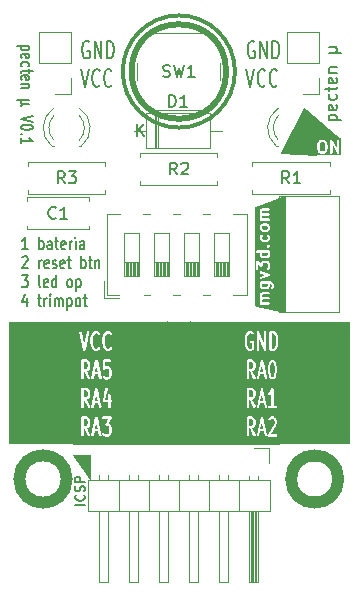
<source format=gbr>
%TF.GenerationSoftware,KiCad,Pcbnew,8.0.5*%
%TF.CreationDate,2025-02-27T19:04:08-06:00*%
%TF.ProjectId,PIC16F15313tht,50494331-3646-4313-9533-31337468742e,rev?*%
%TF.SameCoordinates,Original*%
%TF.FileFunction,Legend,Top*%
%TF.FilePolarity,Positive*%
%FSLAX46Y46*%
G04 Gerber Fmt 4.6, Leading zero omitted, Abs format (unit mm)*
G04 Created by KiCad (PCBNEW 8.0.5) date 2025-02-27 19:04:08*
%MOMM*%
%LPD*%
G01*
G04 APERTURE LIST*
%ADD10C,0.300000*%
%ADD11C,0.500000*%
%ADD12C,0.100000*%
%ADD13C,1.000000*%
%ADD14C,0.200000*%
%ADD15C,0.160000*%
%ADD16C,0.150000*%
%ADD17C,0.120000*%
G04 APERTURE END LIST*
D10*
X104750000Y-74500000D02*
G75*
G02*
X95250000Y-74500000I-4750000J0D01*
G01*
X95250000Y-74500000D02*
G75*
G02*
X104750000Y-74500000I4750000J0D01*
G01*
D11*
X104000000Y-74500000D02*
G75*
G02*
X96000000Y-74500000I-4000000J0D01*
G01*
X96000000Y-74500000D02*
G75*
G02*
X104000000Y-74500000I4000000J0D01*
G01*
D12*
X113649410Y-80176684D02*
X111617454Y-80161023D01*
X111613539Y-81527406D01*
X108649245Y-81405021D01*
X110578608Y-77597665D01*
X113649410Y-80176684D01*
G36*
X113649410Y-80176684D02*
G01*
X111617454Y-80161023D01*
X111613539Y-81527406D01*
X108649245Y-81405021D01*
X110578608Y-77597665D01*
X113649410Y-80176684D01*
G37*
X91000000Y-105500000D02*
X94500000Y-105500000D01*
X94500000Y-106000000D01*
X91000000Y-106000000D01*
X91000000Y-105500000D01*
G36*
X91000000Y-105500000D02*
G01*
X94500000Y-105500000D01*
X94500000Y-106000000D01*
X91000000Y-106000000D01*
X91000000Y-105500000D01*
G37*
X114370000Y-105950000D02*
X108418602Y-105993307D01*
X108511745Y-96359055D01*
X105510794Y-96388419D01*
X105500000Y-106000000D01*
X94500000Y-106000000D01*
X94499999Y-96354478D01*
X91499999Y-96354478D01*
X91552854Y-105984498D01*
X85630000Y-105950000D01*
X85630000Y-95670000D01*
X114370000Y-95670000D01*
X114370000Y-105950000D01*
G36*
X114370000Y-105950000D02*
G01*
X108418602Y-105993307D01*
X108511745Y-96359055D01*
X105510794Y-96388419D01*
X105500000Y-106000000D01*
X94500000Y-106000000D01*
X94499999Y-96354478D01*
X91499999Y-96354478D01*
X91552854Y-105984498D01*
X85630000Y-105950000D01*
X85630000Y-95670000D01*
X114370000Y-95670000D01*
X114370000Y-105950000D01*
G37*
D13*
X113500000Y-109000000D02*
G75*
G02*
X109500000Y-109000000I-2000000J0D01*
G01*
X109500000Y-109000000D02*
G75*
G02*
X113500000Y-109000000I2000000J0D01*
G01*
D12*
X105500000Y-105500000D02*
X108500000Y-105500000D01*
X108500000Y-106000000D01*
X105500000Y-106000000D01*
X105500000Y-105500000D01*
G36*
X105500000Y-105500000D02*
G01*
X108500000Y-105500000D01*
X108500000Y-106000000D01*
X105500000Y-106000000D01*
X105500000Y-105500000D01*
G37*
X108970000Y-94845000D02*
X106500000Y-94348554D01*
X108158688Y-94337736D01*
X108127401Y-85997549D01*
X106500000Y-86000000D01*
X108970000Y-85075000D01*
X108970000Y-94845000D01*
G36*
X108970000Y-94845000D02*
G01*
X106500000Y-94348554D01*
X108158688Y-94337736D01*
X108127401Y-85997549D01*
X106500000Y-86000000D01*
X108970000Y-85075000D01*
X108970000Y-94845000D01*
G37*
X92500000Y-109000000D02*
X91000000Y-107000000D01*
X92500000Y-107000000D01*
X92500000Y-109000000D01*
G36*
X92500000Y-109000000D02*
G01*
X91000000Y-107000000D01*
X92500000Y-107000000D01*
X92500000Y-109000000D01*
G37*
D13*
X90500000Y-109000000D02*
G75*
G02*
X86500000Y-109000000I-2000000J0D01*
G01*
X86500000Y-109000000D02*
G75*
G02*
X90500000Y-109000000I2000000J0D01*
G01*
D14*
G36*
X107517219Y-92487267D02*
G01*
X107517219Y-92630529D01*
X107487414Y-92690138D01*
X107462746Y-92714805D01*
X107403135Y-92744612D01*
X107164635Y-92744612D01*
X107105025Y-92714807D01*
X107080357Y-92690138D01*
X107050552Y-92630528D01*
X107050552Y-92487267D01*
X107059975Y-92468422D01*
X107507796Y-92468422D01*
X107517219Y-92487267D01*
G37*
G36*
X107517219Y-89868219D02*
G01*
X107517219Y-90011481D01*
X107487414Y-90071090D01*
X107462746Y-90095757D01*
X107403135Y-90125564D01*
X107164635Y-90125564D01*
X107105025Y-90095759D01*
X107080357Y-90071090D01*
X107050552Y-90011480D01*
X107050552Y-89868219D01*
X107059975Y-89849374D01*
X107507796Y-89849374D01*
X107517219Y-89868219D01*
G37*
G36*
X107462746Y-87593466D02*
G01*
X107487414Y-87618133D01*
X107517219Y-87677743D01*
X107517219Y-87773386D01*
X107487414Y-87832995D01*
X107462746Y-87857662D01*
X107403135Y-87887469D01*
X107164635Y-87887469D01*
X107105025Y-87857664D01*
X107080357Y-87832995D01*
X107050552Y-87773385D01*
X107050552Y-87677743D01*
X107080357Y-87618133D01*
X107105025Y-87593464D01*
X107164635Y-87563660D01*
X107403135Y-87563660D01*
X107462746Y-87593466D01*
G37*
G36*
X108161663Y-94341437D02*
G01*
X106406108Y-94341437D01*
X106406108Y-93416041D01*
X106850552Y-93416041D01*
X106850552Y-93558898D01*
X106852473Y-93578407D01*
X106853848Y-93581727D01*
X106854103Y-93585311D01*
X106861109Y-93603619D01*
X106908728Y-93698857D01*
X106910552Y-93701755D01*
X106908728Y-93704653D01*
X106861109Y-93799891D01*
X106854103Y-93818199D01*
X106853848Y-93821782D01*
X106852473Y-93825103D01*
X106850552Y-93844612D01*
X106850552Y-93987469D01*
X106852473Y-94006978D01*
X106853848Y-94010298D01*
X106854103Y-94013882D01*
X106861109Y-94032190D01*
X106877400Y-94064773D01*
X106867405Y-94074769D01*
X106852473Y-94110817D01*
X106852473Y-94149835D01*
X106867405Y-94185883D01*
X106894995Y-94213473D01*
X106931043Y-94228405D01*
X106950552Y-94230326D01*
X107617219Y-94230326D01*
X107636728Y-94228405D01*
X107672776Y-94213473D01*
X107700366Y-94185883D01*
X107715298Y-94149835D01*
X107715298Y-94110817D01*
X107700366Y-94074769D01*
X107672776Y-94047179D01*
X107636728Y-94032247D01*
X107617219Y-94030326D01*
X107087212Y-94030326D01*
X107080357Y-94023471D01*
X107050552Y-93963861D01*
X107050552Y-93868219D01*
X107072707Y-93823909D01*
X107117016Y-93801755D01*
X107617219Y-93801755D01*
X107636728Y-93799834D01*
X107672776Y-93784902D01*
X107700366Y-93757312D01*
X107715298Y-93721264D01*
X107715298Y-93682246D01*
X107700366Y-93646198D01*
X107672776Y-93618608D01*
X107636728Y-93603676D01*
X107617219Y-93601755D01*
X107117016Y-93601755D01*
X107072707Y-93579600D01*
X107050552Y-93535290D01*
X107050552Y-93439647D01*
X107072706Y-93395337D01*
X107117016Y-93373183D01*
X107617219Y-93373183D01*
X107636728Y-93371262D01*
X107672776Y-93356330D01*
X107700366Y-93328740D01*
X107715298Y-93292692D01*
X107715298Y-93253674D01*
X107700366Y-93217626D01*
X107672776Y-93190036D01*
X107636728Y-93175104D01*
X107617219Y-93173183D01*
X107093409Y-93173183D01*
X107073900Y-93175104D01*
X107070579Y-93176479D01*
X107066996Y-93176734D01*
X107048687Y-93183740D01*
X106953450Y-93231359D01*
X106950187Y-93233412D01*
X106948647Y-93233926D01*
X106946729Y-93235589D01*
X106936859Y-93241802D01*
X106928642Y-93251276D01*
X106919171Y-93259491D01*
X106912957Y-93269362D01*
X106911295Y-93271279D01*
X106910781Y-93272817D01*
X106908728Y-93276081D01*
X106861109Y-93371320D01*
X106854103Y-93389629D01*
X106853848Y-93393211D01*
X106852473Y-93396532D01*
X106850552Y-93416041D01*
X106406108Y-93416041D01*
X106406108Y-92463660D01*
X106850552Y-92463660D01*
X106850552Y-92654136D01*
X106852473Y-92673645D01*
X106853848Y-92676965D01*
X106854103Y-92680549D01*
X106861109Y-92698857D01*
X106908728Y-92794095D01*
X106914013Y-92802491D01*
X106915024Y-92804931D01*
X106917277Y-92807677D01*
X106919171Y-92810685D01*
X106921165Y-92812414D01*
X106927460Y-92820085D01*
X106975079Y-92867703D01*
X106982745Y-92873995D01*
X106984478Y-92875993D01*
X106987486Y-92877886D01*
X106990232Y-92880140D01*
X106992672Y-92881150D01*
X107001069Y-92886436D01*
X107096306Y-92934055D01*
X107114615Y-92941061D01*
X107118198Y-92941315D01*
X107121519Y-92942691D01*
X107141028Y-92944612D01*
X107426742Y-92944612D01*
X107446251Y-92942691D01*
X107449571Y-92941315D01*
X107453155Y-92941061D01*
X107471463Y-92934055D01*
X107566701Y-92886436D01*
X107575093Y-92881152D01*
X107577537Y-92880141D01*
X107580286Y-92877884D01*
X107583291Y-92875993D01*
X107585020Y-92873998D01*
X107592690Y-92867704D01*
X107640310Y-92820086D01*
X107646603Y-92812417D01*
X107648600Y-92810686D01*
X107650493Y-92807677D01*
X107652747Y-92804932D01*
X107653757Y-92802491D01*
X107659043Y-92794095D01*
X107706662Y-92698858D01*
X107713668Y-92680549D01*
X107713922Y-92676965D01*
X107715298Y-92673645D01*
X107717219Y-92654136D01*
X107717219Y-92468422D01*
X107736469Y-92468422D01*
X107796078Y-92498227D01*
X107820747Y-92522895D01*
X107850552Y-92582505D01*
X107850552Y-92678148D01*
X107813490Y-92752272D01*
X107806484Y-92770580D01*
X107803718Y-92809500D01*
X107816057Y-92846516D01*
X107841621Y-92875993D01*
X107876520Y-92893442D01*
X107915440Y-92896208D01*
X107952456Y-92883869D01*
X107981933Y-92858305D01*
X107992376Y-92841714D01*
X108039995Y-92746477D01*
X108047001Y-92728168D01*
X108047255Y-92724584D01*
X108048631Y-92721264D01*
X108050552Y-92701755D01*
X108050552Y-92558898D01*
X108048631Y-92539389D01*
X108047255Y-92536068D01*
X108047001Y-92532485D01*
X108039995Y-92514176D01*
X107992376Y-92418939D01*
X107987090Y-92410542D01*
X107986080Y-92408102D01*
X107983826Y-92405356D01*
X107981933Y-92402348D01*
X107979935Y-92400615D01*
X107973643Y-92392949D01*
X107926025Y-92345330D01*
X107918354Y-92339035D01*
X107916625Y-92337041D01*
X107913617Y-92335147D01*
X107910871Y-92332894D01*
X107908431Y-92331883D01*
X107900035Y-92326598D01*
X107804797Y-92278979D01*
X107786489Y-92271973D01*
X107782905Y-92271718D01*
X107779585Y-92270343D01*
X107760076Y-92268422D01*
X106950552Y-92268422D01*
X106931043Y-92270343D01*
X106894995Y-92285275D01*
X106867405Y-92312865D01*
X106852473Y-92348913D01*
X106852473Y-92387931D01*
X106863410Y-92414335D01*
X106861109Y-92418939D01*
X106854103Y-92437247D01*
X106853848Y-92440830D01*
X106852473Y-92444151D01*
X106850552Y-92463660D01*
X106406108Y-92463660D01*
X106406108Y-91496664D01*
X106851625Y-91496664D01*
X106853563Y-91535634D01*
X106870266Y-91570896D01*
X106899192Y-91597083D01*
X106916918Y-91605453D01*
X107319897Y-91749374D01*
X106916918Y-91893295D01*
X106899192Y-91901665D01*
X106870266Y-91927852D01*
X106853563Y-91963114D01*
X106851625Y-92002084D01*
X106864748Y-92038829D01*
X106890935Y-92067755D01*
X106926197Y-92084458D01*
X106965167Y-92086396D01*
X106984186Y-92081643D01*
X107650852Y-91843548D01*
X107668579Y-91835178D01*
X107672301Y-91831807D01*
X107676836Y-91829660D01*
X107686657Y-91818810D01*
X107697504Y-91808991D01*
X107699651Y-91804456D01*
X107703022Y-91800734D01*
X107707943Y-91786952D01*
X107714208Y-91773729D01*
X107714457Y-91768714D01*
X107716145Y-91763989D01*
X107715418Y-91749374D01*
X107716145Y-91734759D01*
X107714457Y-91730033D01*
X107714208Y-91725019D01*
X107707943Y-91711795D01*
X107703022Y-91698014D01*
X107699651Y-91694291D01*
X107697504Y-91689757D01*
X107686657Y-91679937D01*
X107676836Y-91669088D01*
X107672301Y-91666940D01*
X107668579Y-91663570D01*
X107650852Y-91655200D01*
X106984186Y-91417105D01*
X106965167Y-91412352D01*
X106926197Y-91414290D01*
X106890935Y-91430993D01*
X106864748Y-91459919D01*
X106851625Y-91496664D01*
X106406108Y-91496664D01*
X106406108Y-90606517D01*
X106517219Y-90606517D01*
X106517219Y-91225564D01*
X106519140Y-91245073D01*
X106534072Y-91281121D01*
X106561662Y-91308711D01*
X106597710Y-91323643D01*
X106636728Y-91323643D01*
X106672776Y-91308711D01*
X106700366Y-91281121D01*
X106715298Y-91245073D01*
X106717219Y-91225564D01*
X106717219Y-90826893D01*
X106932321Y-91015108D01*
X106940754Y-91021137D01*
X106942614Y-91022997D01*
X106944377Y-91023727D01*
X106948268Y-91026509D01*
X106963656Y-91031713D01*
X106978662Y-91037929D01*
X106982036Y-91037929D01*
X106985229Y-91039009D01*
X107001432Y-91037929D01*
X107017680Y-91037929D01*
X107020795Y-91036638D01*
X107024161Y-91036414D01*
X107038726Y-91029211D01*
X107053728Y-91022997D01*
X107056111Y-91020613D01*
X107059136Y-91019118D01*
X107069840Y-91006884D01*
X107081318Y-90995407D01*
X107082607Y-90992293D01*
X107084830Y-90989754D01*
X107090035Y-90974362D01*
X107096250Y-90959359D01*
X107096718Y-90954599D01*
X107097330Y-90952792D01*
X107097155Y-90950167D01*
X107098171Y-90939850D01*
X107098171Y-90820600D01*
X107127976Y-90760990D01*
X107152644Y-90736321D01*
X107212254Y-90706517D01*
X107403135Y-90706517D01*
X107462746Y-90736323D01*
X107487414Y-90760990D01*
X107517219Y-90820600D01*
X107517219Y-91059100D01*
X107487414Y-91118709D01*
X107451270Y-91154853D01*
X107438833Y-91170006D01*
X107423902Y-91206054D01*
X107423901Y-91245072D01*
X107438832Y-91281121D01*
X107466422Y-91308711D01*
X107502470Y-91323642D01*
X107541488Y-91323643D01*
X107577537Y-91308712D01*
X107592690Y-91296275D01*
X107640310Y-91248657D01*
X107646603Y-91240988D01*
X107648600Y-91239257D01*
X107650493Y-91236248D01*
X107652747Y-91233503D01*
X107653757Y-91231062D01*
X107659043Y-91222666D01*
X107706662Y-91127429D01*
X107713668Y-91109120D01*
X107713922Y-91105536D01*
X107715298Y-91102216D01*
X107717219Y-91082707D01*
X107717219Y-90796993D01*
X107715298Y-90777484D01*
X107713922Y-90774163D01*
X107713668Y-90770580D01*
X107706662Y-90752271D01*
X107659043Y-90657034D01*
X107653757Y-90648637D01*
X107652747Y-90646197D01*
X107650493Y-90643451D01*
X107648600Y-90640443D01*
X107646603Y-90638711D01*
X107640310Y-90631043D01*
X107592690Y-90583425D01*
X107585020Y-90577130D01*
X107583291Y-90575136D01*
X107580286Y-90573244D01*
X107577537Y-90570988D01*
X107575093Y-90569976D01*
X107566701Y-90564693D01*
X107471463Y-90517074D01*
X107453155Y-90510068D01*
X107449571Y-90509813D01*
X107446251Y-90508438D01*
X107426742Y-90506517D01*
X107188647Y-90506517D01*
X107169138Y-90508438D01*
X107165817Y-90509813D01*
X107162234Y-90510068D01*
X107143925Y-90517074D01*
X107048688Y-90564693D01*
X107040291Y-90569978D01*
X107037851Y-90570989D01*
X107035105Y-90573242D01*
X107032097Y-90575136D01*
X107030364Y-90577133D01*
X107022698Y-90583426D01*
X106975079Y-90631044D01*
X106968784Y-90638714D01*
X106966790Y-90640444D01*
X106964896Y-90643451D01*
X106962643Y-90646198D01*
X106961632Y-90648637D01*
X106956347Y-90657034D01*
X106916923Y-90735881D01*
X106683069Y-90531259D01*
X106674635Y-90525229D01*
X106672776Y-90523370D01*
X106671012Y-90522639D01*
X106667122Y-90519858D01*
X106651733Y-90514653D01*
X106636728Y-90508438D01*
X106633354Y-90508438D01*
X106630161Y-90507358D01*
X106613958Y-90508438D01*
X106597710Y-90508438D01*
X106594594Y-90509728D01*
X106591229Y-90509953D01*
X106576668Y-90517153D01*
X106561662Y-90523370D01*
X106559277Y-90525754D01*
X106556254Y-90527250D01*
X106545556Y-90539475D01*
X106534072Y-90550960D01*
X106532781Y-90554074D01*
X106530560Y-90556614D01*
X106525355Y-90572002D01*
X106519140Y-90587008D01*
X106518671Y-90591767D01*
X106518060Y-90593575D01*
X106518234Y-90596199D01*
X106517219Y-90606517D01*
X106406108Y-90606517D01*
X106406108Y-89729865D01*
X106519140Y-89729865D01*
X106519140Y-89768883D01*
X106534072Y-89804931D01*
X106561662Y-89832521D01*
X106597710Y-89847453D01*
X106617219Y-89849374D01*
X106850552Y-89849374D01*
X106850552Y-90035088D01*
X106852473Y-90054597D01*
X106853848Y-90057917D01*
X106854103Y-90061501D01*
X106861109Y-90079809D01*
X106908728Y-90175047D01*
X106914013Y-90183443D01*
X106915024Y-90185883D01*
X106917277Y-90188629D01*
X106919171Y-90191637D01*
X106921165Y-90193366D01*
X106927460Y-90201037D01*
X106975079Y-90248655D01*
X106982745Y-90254947D01*
X106984478Y-90256945D01*
X106987486Y-90258838D01*
X106990232Y-90261092D01*
X106992672Y-90262102D01*
X107001069Y-90267388D01*
X107096306Y-90315007D01*
X107114615Y-90322013D01*
X107118198Y-90322267D01*
X107121519Y-90323643D01*
X107141028Y-90325564D01*
X107426742Y-90325564D01*
X107446251Y-90323643D01*
X107449571Y-90322267D01*
X107453155Y-90322013D01*
X107471463Y-90315007D01*
X107566701Y-90267388D01*
X107575093Y-90262104D01*
X107577537Y-90261093D01*
X107580286Y-90258836D01*
X107583291Y-90256945D01*
X107585020Y-90254950D01*
X107592690Y-90248656D01*
X107640310Y-90201038D01*
X107646603Y-90193369D01*
X107648600Y-90191638D01*
X107650493Y-90188629D01*
X107652747Y-90185884D01*
X107653757Y-90183443D01*
X107659043Y-90175047D01*
X107706662Y-90079810D01*
X107713668Y-90061501D01*
X107713922Y-90057917D01*
X107715298Y-90054597D01*
X107717219Y-90035088D01*
X107717219Y-89844612D01*
X107715298Y-89825103D01*
X107713922Y-89821782D01*
X107713668Y-89818199D01*
X107706662Y-89799890D01*
X107704360Y-89795287D01*
X107715298Y-89768883D01*
X107715298Y-89729865D01*
X107700366Y-89693817D01*
X107672776Y-89666227D01*
X107636728Y-89651295D01*
X107617219Y-89649374D01*
X106617219Y-89649374D01*
X106597710Y-89651295D01*
X106561662Y-89666227D01*
X106534072Y-89693817D01*
X106519140Y-89729865D01*
X106406108Y-89729865D01*
X106406108Y-89253674D01*
X107423901Y-89253674D01*
X107423901Y-89292692D01*
X107425385Y-89296275D01*
X107438832Y-89328740D01*
X107438833Y-89328741D01*
X107451270Y-89343894D01*
X107498890Y-89391513D01*
X107514043Y-89403950D01*
X107539533Y-89414507D01*
X107550091Y-89418881D01*
X107550092Y-89418881D01*
X107589109Y-89418881D01*
X107610226Y-89410133D01*
X107625158Y-89403949D01*
X107625162Y-89403944D01*
X107640311Y-89391513D01*
X107687929Y-89343894D01*
X107700366Y-89328741D01*
X107711735Y-89301293D01*
X107715298Y-89292692D01*
X107715298Y-89253674D01*
X107700366Y-89217626D01*
X107700366Y-89217625D01*
X107687929Y-89202472D01*
X107640311Y-89154853D01*
X107625162Y-89142421D01*
X107625158Y-89142417D01*
X107610226Y-89136232D01*
X107589109Y-89127485D01*
X107550091Y-89127485D01*
X107539533Y-89131858D01*
X107514043Y-89142416D01*
X107498890Y-89154853D01*
X107451270Y-89202472D01*
X107438833Y-89217625D01*
X107438832Y-89217626D01*
X107428274Y-89243116D01*
X107423901Y-89253674D01*
X106406108Y-89253674D01*
X106406108Y-88463660D01*
X106850552Y-88463660D01*
X106850552Y-88654136D01*
X106852473Y-88673645D01*
X106853848Y-88676965D01*
X106854103Y-88680549D01*
X106861109Y-88698857D01*
X106908728Y-88794095D01*
X106914013Y-88802491D01*
X106915024Y-88804931D01*
X106917277Y-88807677D01*
X106919171Y-88810685D01*
X106921165Y-88812414D01*
X106927460Y-88820085D01*
X106975079Y-88867703D01*
X106982745Y-88873995D01*
X106984478Y-88875993D01*
X106987486Y-88877886D01*
X106990232Y-88880140D01*
X106992672Y-88881150D01*
X107001069Y-88886436D01*
X107096306Y-88934055D01*
X107114615Y-88941061D01*
X107118198Y-88941315D01*
X107121519Y-88942691D01*
X107141028Y-88944612D01*
X107426742Y-88944612D01*
X107446251Y-88942691D01*
X107449571Y-88941315D01*
X107453155Y-88941061D01*
X107471463Y-88934055D01*
X107566701Y-88886436D01*
X107575093Y-88881152D01*
X107577537Y-88880141D01*
X107580286Y-88877884D01*
X107583291Y-88875993D01*
X107585020Y-88873998D01*
X107592690Y-88867704D01*
X107640310Y-88820086D01*
X107646603Y-88812417D01*
X107648600Y-88810686D01*
X107650493Y-88807677D01*
X107652747Y-88804932D01*
X107653757Y-88802491D01*
X107659043Y-88794095D01*
X107706662Y-88698858D01*
X107713668Y-88680549D01*
X107713922Y-88676965D01*
X107715298Y-88673645D01*
X107717219Y-88654136D01*
X107717219Y-88463660D01*
X107715298Y-88444151D01*
X107713922Y-88440830D01*
X107713668Y-88437247D01*
X107706662Y-88418938D01*
X107659043Y-88323701D01*
X107648600Y-88307110D01*
X107619123Y-88281546D01*
X107582107Y-88269207D01*
X107543187Y-88271973D01*
X107508288Y-88289422D01*
X107482724Y-88318899D01*
X107470385Y-88355915D01*
X107473151Y-88394835D01*
X107480157Y-88413143D01*
X107517219Y-88487267D01*
X107517219Y-88630529D01*
X107487414Y-88690138D01*
X107462746Y-88714805D01*
X107403135Y-88744612D01*
X107164635Y-88744612D01*
X107105025Y-88714807D01*
X107080357Y-88690138D01*
X107050552Y-88630528D01*
X107050552Y-88487267D01*
X107087614Y-88413144D01*
X107094620Y-88394835D01*
X107097386Y-88355915D01*
X107085047Y-88318899D01*
X107059482Y-88289422D01*
X107024584Y-88271973D01*
X106985664Y-88269208D01*
X106948648Y-88281546D01*
X106919171Y-88307111D01*
X106908728Y-88323701D01*
X106861109Y-88418939D01*
X106854103Y-88437247D01*
X106853848Y-88440830D01*
X106852473Y-88444151D01*
X106850552Y-88463660D01*
X106406108Y-88463660D01*
X106406108Y-87654136D01*
X106850552Y-87654136D01*
X106850552Y-87796993D01*
X106852473Y-87816502D01*
X106853848Y-87819822D01*
X106854103Y-87823406D01*
X106861109Y-87841714D01*
X106908728Y-87936952D01*
X106914013Y-87945348D01*
X106915024Y-87947788D01*
X106917277Y-87950534D01*
X106919171Y-87953542D01*
X106921165Y-87955271D01*
X106927460Y-87962942D01*
X106975079Y-88010560D01*
X106982745Y-88016852D01*
X106984478Y-88018850D01*
X106987486Y-88020743D01*
X106990232Y-88022997D01*
X106992672Y-88024007D01*
X107001069Y-88029293D01*
X107096306Y-88076912D01*
X107114615Y-88083918D01*
X107118198Y-88084172D01*
X107121519Y-88085548D01*
X107141028Y-88087469D01*
X107426742Y-88087469D01*
X107446251Y-88085548D01*
X107449571Y-88084172D01*
X107453155Y-88083918D01*
X107471463Y-88076912D01*
X107566701Y-88029293D01*
X107575093Y-88024009D01*
X107577537Y-88022998D01*
X107580286Y-88020741D01*
X107583291Y-88018850D01*
X107585020Y-88016855D01*
X107592690Y-88010561D01*
X107640310Y-87962943D01*
X107646603Y-87955274D01*
X107648600Y-87953543D01*
X107650493Y-87950534D01*
X107652747Y-87947789D01*
X107653757Y-87945348D01*
X107659043Y-87936952D01*
X107706662Y-87841715D01*
X107713668Y-87823406D01*
X107713922Y-87819822D01*
X107715298Y-87816502D01*
X107717219Y-87796993D01*
X107717219Y-87654136D01*
X107715298Y-87634627D01*
X107713922Y-87631306D01*
X107713668Y-87627723D01*
X107706662Y-87609414D01*
X107659043Y-87514177D01*
X107653757Y-87505780D01*
X107652747Y-87503340D01*
X107650493Y-87500594D01*
X107648600Y-87497586D01*
X107646603Y-87495854D01*
X107640310Y-87488186D01*
X107592690Y-87440568D01*
X107585020Y-87434273D01*
X107583291Y-87432279D01*
X107580286Y-87430387D01*
X107577537Y-87428131D01*
X107575093Y-87427119D01*
X107566701Y-87421836D01*
X107471463Y-87374217D01*
X107453155Y-87367211D01*
X107449571Y-87366956D01*
X107446251Y-87365581D01*
X107426742Y-87363660D01*
X107141028Y-87363660D01*
X107121519Y-87365581D01*
X107118198Y-87366956D01*
X107114615Y-87367211D01*
X107096306Y-87374217D01*
X107001069Y-87421836D01*
X106992672Y-87427121D01*
X106990232Y-87428132D01*
X106987486Y-87430385D01*
X106984478Y-87432279D01*
X106982745Y-87434276D01*
X106975079Y-87440569D01*
X106927460Y-87488187D01*
X106921165Y-87495857D01*
X106919171Y-87497587D01*
X106917277Y-87500594D01*
X106915024Y-87503341D01*
X106914013Y-87505780D01*
X106908728Y-87514177D01*
X106861109Y-87609415D01*
X106854103Y-87627723D01*
X106853848Y-87631306D01*
X106852473Y-87634627D01*
X106850552Y-87654136D01*
X106406108Y-87654136D01*
X106406108Y-86320803D01*
X106850552Y-86320803D01*
X106850552Y-86463660D01*
X106852473Y-86483169D01*
X106853848Y-86486489D01*
X106854103Y-86490073D01*
X106861109Y-86508381D01*
X106908728Y-86603619D01*
X106910552Y-86606517D01*
X106908728Y-86609415D01*
X106861109Y-86704653D01*
X106854103Y-86722961D01*
X106853848Y-86726544D01*
X106852473Y-86729865D01*
X106850552Y-86749374D01*
X106850552Y-86892231D01*
X106852473Y-86911740D01*
X106853848Y-86915060D01*
X106854103Y-86918644D01*
X106861109Y-86936952D01*
X106877400Y-86969535D01*
X106867405Y-86979531D01*
X106852473Y-87015579D01*
X106852473Y-87054597D01*
X106867405Y-87090645D01*
X106894995Y-87118235D01*
X106931043Y-87133167D01*
X106950552Y-87135088D01*
X107617219Y-87135088D01*
X107636728Y-87133167D01*
X107672776Y-87118235D01*
X107700366Y-87090645D01*
X107715298Y-87054597D01*
X107715298Y-87015579D01*
X107700366Y-86979531D01*
X107672776Y-86951941D01*
X107636728Y-86937009D01*
X107617219Y-86935088D01*
X107087212Y-86935088D01*
X107080357Y-86928233D01*
X107050552Y-86868623D01*
X107050552Y-86772981D01*
X107072707Y-86728671D01*
X107117016Y-86706517D01*
X107617219Y-86706517D01*
X107636728Y-86704596D01*
X107672776Y-86689664D01*
X107700366Y-86662074D01*
X107715298Y-86626026D01*
X107715298Y-86587008D01*
X107700366Y-86550960D01*
X107672776Y-86523370D01*
X107636728Y-86508438D01*
X107617219Y-86506517D01*
X107117016Y-86506517D01*
X107072707Y-86484362D01*
X107050552Y-86440052D01*
X107050552Y-86344409D01*
X107072706Y-86300099D01*
X107117016Y-86277945D01*
X107617219Y-86277945D01*
X107636728Y-86276024D01*
X107672776Y-86261092D01*
X107700366Y-86233502D01*
X107715298Y-86197454D01*
X107715298Y-86158436D01*
X107700366Y-86122388D01*
X107672776Y-86094798D01*
X107636728Y-86079866D01*
X107617219Y-86077945D01*
X107093409Y-86077945D01*
X107073900Y-86079866D01*
X107070579Y-86081241D01*
X107066996Y-86081496D01*
X107048687Y-86088502D01*
X106953450Y-86136121D01*
X106950187Y-86138174D01*
X106948647Y-86138688D01*
X106946729Y-86140351D01*
X106936859Y-86146564D01*
X106928642Y-86156038D01*
X106919171Y-86164253D01*
X106912957Y-86174124D01*
X106911295Y-86176041D01*
X106910781Y-86177579D01*
X106908728Y-86180843D01*
X106861109Y-86276082D01*
X106854103Y-86294391D01*
X106853848Y-86297973D01*
X106852473Y-86301294D01*
X106850552Y-86320803D01*
X106406108Y-86320803D01*
X106406108Y-85966834D01*
X108161663Y-85966834D01*
X108161663Y-94341437D01*
G37*
D15*
X87214786Y-89539467D02*
X86757643Y-89539467D01*
X86986215Y-89539467D02*
X86986215Y-88539467D01*
X86986215Y-88539467D02*
X86910024Y-88682324D01*
X86910024Y-88682324D02*
X86833834Y-88777562D01*
X86833834Y-88777562D02*
X86757643Y-88825181D01*
X88167168Y-89539467D02*
X88167168Y-88539467D01*
X88167168Y-88920419D02*
X88243358Y-88872800D01*
X88243358Y-88872800D02*
X88395739Y-88872800D01*
X88395739Y-88872800D02*
X88471930Y-88920419D01*
X88471930Y-88920419D02*
X88510025Y-88968038D01*
X88510025Y-88968038D02*
X88548120Y-89063276D01*
X88548120Y-89063276D02*
X88548120Y-89348990D01*
X88548120Y-89348990D02*
X88510025Y-89444228D01*
X88510025Y-89444228D02*
X88471930Y-89491848D01*
X88471930Y-89491848D02*
X88395739Y-89539467D01*
X88395739Y-89539467D02*
X88243358Y-89539467D01*
X88243358Y-89539467D02*
X88167168Y-89491848D01*
X89233835Y-89539467D02*
X89233835Y-89015657D01*
X89233835Y-89015657D02*
X89195740Y-88920419D01*
X89195740Y-88920419D02*
X89119549Y-88872800D01*
X89119549Y-88872800D02*
X88967168Y-88872800D01*
X88967168Y-88872800D02*
X88890978Y-88920419D01*
X89233835Y-89491848D02*
X89157644Y-89539467D01*
X89157644Y-89539467D02*
X88967168Y-89539467D01*
X88967168Y-89539467D02*
X88890978Y-89491848D01*
X88890978Y-89491848D02*
X88852882Y-89396609D01*
X88852882Y-89396609D02*
X88852882Y-89301371D01*
X88852882Y-89301371D02*
X88890978Y-89206133D01*
X88890978Y-89206133D02*
X88967168Y-89158514D01*
X88967168Y-89158514D02*
X89157644Y-89158514D01*
X89157644Y-89158514D02*
X89233835Y-89110895D01*
X89500502Y-88872800D02*
X89805264Y-88872800D01*
X89614788Y-88539467D02*
X89614788Y-89396609D01*
X89614788Y-89396609D02*
X89652883Y-89491848D01*
X89652883Y-89491848D02*
X89729073Y-89539467D01*
X89729073Y-89539467D02*
X89805264Y-89539467D01*
X90376693Y-89491848D02*
X90300502Y-89539467D01*
X90300502Y-89539467D02*
X90148121Y-89539467D01*
X90148121Y-89539467D02*
X90071931Y-89491848D01*
X90071931Y-89491848D02*
X90033835Y-89396609D01*
X90033835Y-89396609D02*
X90033835Y-89015657D01*
X90033835Y-89015657D02*
X90071931Y-88920419D01*
X90071931Y-88920419D02*
X90148121Y-88872800D01*
X90148121Y-88872800D02*
X90300502Y-88872800D01*
X90300502Y-88872800D02*
X90376693Y-88920419D01*
X90376693Y-88920419D02*
X90414788Y-89015657D01*
X90414788Y-89015657D02*
X90414788Y-89110895D01*
X90414788Y-89110895D02*
X90033835Y-89206133D01*
X90757645Y-89539467D02*
X90757645Y-88872800D01*
X90757645Y-89063276D02*
X90795740Y-88968038D01*
X90795740Y-88968038D02*
X90833835Y-88920419D01*
X90833835Y-88920419D02*
X90910026Y-88872800D01*
X90910026Y-88872800D02*
X90986216Y-88872800D01*
X91252883Y-89539467D02*
X91252883Y-88872800D01*
X91329073Y-88491848D02*
X91214787Y-88634705D01*
X91976692Y-89539467D02*
X91976692Y-89015657D01*
X91976692Y-89015657D02*
X91938597Y-88920419D01*
X91938597Y-88920419D02*
X91862406Y-88872800D01*
X91862406Y-88872800D02*
X91710025Y-88872800D01*
X91710025Y-88872800D02*
X91633835Y-88920419D01*
X91976692Y-89491848D02*
X91900501Y-89539467D01*
X91900501Y-89539467D02*
X91710025Y-89539467D01*
X91710025Y-89539467D02*
X91633835Y-89491848D01*
X91633835Y-89491848D02*
X91595739Y-89396609D01*
X91595739Y-89396609D02*
X91595739Y-89301371D01*
X91595739Y-89301371D02*
X91633835Y-89206133D01*
X91633835Y-89206133D02*
X91710025Y-89158514D01*
X91710025Y-89158514D02*
X91900501Y-89158514D01*
X91900501Y-89158514D02*
X91976692Y-89110895D01*
X86757643Y-90244649D02*
X86795739Y-90197030D01*
X86795739Y-90197030D02*
X86871929Y-90149411D01*
X86871929Y-90149411D02*
X87062405Y-90149411D01*
X87062405Y-90149411D02*
X87138596Y-90197030D01*
X87138596Y-90197030D02*
X87176691Y-90244649D01*
X87176691Y-90244649D02*
X87214786Y-90339887D01*
X87214786Y-90339887D02*
X87214786Y-90435125D01*
X87214786Y-90435125D02*
X87176691Y-90577982D01*
X87176691Y-90577982D02*
X86719548Y-91149411D01*
X86719548Y-91149411D02*
X87214786Y-91149411D01*
X88167168Y-91149411D02*
X88167168Y-90482744D01*
X88167168Y-90673220D02*
X88205263Y-90577982D01*
X88205263Y-90577982D02*
X88243358Y-90530363D01*
X88243358Y-90530363D02*
X88319549Y-90482744D01*
X88319549Y-90482744D02*
X88395739Y-90482744D01*
X88967168Y-91101792D02*
X88890977Y-91149411D01*
X88890977Y-91149411D02*
X88738596Y-91149411D01*
X88738596Y-91149411D02*
X88662406Y-91101792D01*
X88662406Y-91101792D02*
X88624310Y-91006553D01*
X88624310Y-91006553D02*
X88624310Y-90625601D01*
X88624310Y-90625601D02*
X88662406Y-90530363D01*
X88662406Y-90530363D02*
X88738596Y-90482744D01*
X88738596Y-90482744D02*
X88890977Y-90482744D01*
X88890977Y-90482744D02*
X88967168Y-90530363D01*
X88967168Y-90530363D02*
X89005263Y-90625601D01*
X89005263Y-90625601D02*
X89005263Y-90720839D01*
X89005263Y-90720839D02*
X88624310Y-90816077D01*
X89310024Y-91101792D02*
X89386215Y-91149411D01*
X89386215Y-91149411D02*
X89538596Y-91149411D01*
X89538596Y-91149411D02*
X89614786Y-91101792D01*
X89614786Y-91101792D02*
X89652882Y-91006553D01*
X89652882Y-91006553D02*
X89652882Y-90958934D01*
X89652882Y-90958934D02*
X89614786Y-90863696D01*
X89614786Y-90863696D02*
X89538596Y-90816077D01*
X89538596Y-90816077D02*
X89424310Y-90816077D01*
X89424310Y-90816077D02*
X89348120Y-90768458D01*
X89348120Y-90768458D02*
X89310024Y-90673220D01*
X89310024Y-90673220D02*
X89310024Y-90625601D01*
X89310024Y-90625601D02*
X89348120Y-90530363D01*
X89348120Y-90530363D02*
X89424310Y-90482744D01*
X89424310Y-90482744D02*
X89538596Y-90482744D01*
X89538596Y-90482744D02*
X89614786Y-90530363D01*
X90300501Y-91101792D02*
X90224310Y-91149411D01*
X90224310Y-91149411D02*
X90071929Y-91149411D01*
X90071929Y-91149411D02*
X89995739Y-91101792D01*
X89995739Y-91101792D02*
X89957643Y-91006553D01*
X89957643Y-91006553D02*
X89957643Y-90625601D01*
X89957643Y-90625601D02*
X89995739Y-90530363D01*
X89995739Y-90530363D02*
X90071929Y-90482744D01*
X90071929Y-90482744D02*
X90224310Y-90482744D01*
X90224310Y-90482744D02*
X90300501Y-90530363D01*
X90300501Y-90530363D02*
X90338596Y-90625601D01*
X90338596Y-90625601D02*
X90338596Y-90720839D01*
X90338596Y-90720839D02*
X89957643Y-90816077D01*
X90567167Y-90482744D02*
X90871929Y-90482744D01*
X90681453Y-90149411D02*
X90681453Y-91006553D01*
X90681453Y-91006553D02*
X90719548Y-91101792D01*
X90719548Y-91101792D02*
X90795738Y-91149411D01*
X90795738Y-91149411D02*
X90871929Y-91149411D01*
X91748120Y-91149411D02*
X91748120Y-90149411D01*
X91748120Y-90530363D02*
X91824310Y-90482744D01*
X91824310Y-90482744D02*
X91976691Y-90482744D01*
X91976691Y-90482744D02*
X92052882Y-90530363D01*
X92052882Y-90530363D02*
X92090977Y-90577982D01*
X92090977Y-90577982D02*
X92129072Y-90673220D01*
X92129072Y-90673220D02*
X92129072Y-90958934D01*
X92129072Y-90958934D02*
X92090977Y-91054172D01*
X92090977Y-91054172D02*
X92052882Y-91101792D01*
X92052882Y-91101792D02*
X91976691Y-91149411D01*
X91976691Y-91149411D02*
X91824310Y-91149411D01*
X91824310Y-91149411D02*
X91748120Y-91101792D01*
X92357644Y-90482744D02*
X92662406Y-90482744D01*
X92471930Y-90149411D02*
X92471930Y-91006553D01*
X92471930Y-91006553D02*
X92510025Y-91101792D01*
X92510025Y-91101792D02*
X92586215Y-91149411D01*
X92586215Y-91149411D02*
X92662406Y-91149411D01*
X92929073Y-90482744D02*
X92929073Y-91149411D01*
X92929073Y-90577982D02*
X92967168Y-90530363D01*
X92967168Y-90530363D02*
X93043358Y-90482744D01*
X93043358Y-90482744D02*
X93157644Y-90482744D01*
X93157644Y-90482744D02*
X93233835Y-90530363D01*
X93233835Y-90530363D02*
X93271930Y-90625601D01*
X93271930Y-90625601D02*
X93271930Y-91149411D01*
X86719548Y-91759355D02*
X87214786Y-91759355D01*
X87214786Y-91759355D02*
X86948120Y-92140307D01*
X86948120Y-92140307D02*
X87062405Y-92140307D01*
X87062405Y-92140307D02*
X87138596Y-92187926D01*
X87138596Y-92187926D02*
X87176691Y-92235545D01*
X87176691Y-92235545D02*
X87214786Y-92330783D01*
X87214786Y-92330783D02*
X87214786Y-92568878D01*
X87214786Y-92568878D02*
X87176691Y-92664116D01*
X87176691Y-92664116D02*
X87138596Y-92711736D01*
X87138596Y-92711736D02*
X87062405Y-92759355D01*
X87062405Y-92759355D02*
X86833834Y-92759355D01*
X86833834Y-92759355D02*
X86757643Y-92711736D01*
X86757643Y-92711736D02*
X86719548Y-92664116D01*
X88281453Y-92759355D02*
X88205263Y-92711736D01*
X88205263Y-92711736D02*
X88167168Y-92616497D01*
X88167168Y-92616497D02*
X88167168Y-91759355D01*
X88890978Y-92711736D02*
X88814787Y-92759355D01*
X88814787Y-92759355D02*
X88662406Y-92759355D01*
X88662406Y-92759355D02*
X88586216Y-92711736D01*
X88586216Y-92711736D02*
X88548120Y-92616497D01*
X88548120Y-92616497D02*
X88548120Y-92235545D01*
X88548120Y-92235545D02*
X88586216Y-92140307D01*
X88586216Y-92140307D02*
X88662406Y-92092688D01*
X88662406Y-92092688D02*
X88814787Y-92092688D01*
X88814787Y-92092688D02*
X88890978Y-92140307D01*
X88890978Y-92140307D02*
X88929073Y-92235545D01*
X88929073Y-92235545D02*
X88929073Y-92330783D01*
X88929073Y-92330783D02*
X88548120Y-92426021D01*
X89614787Y-92759355D02*
X89614787Y-91759355D01*
X89614787Y-92711736D02*
X89538596Y-92759355D01*
X89538596Y-92759355D02*
X89386215Y-92759355D01*
X89386215Y-92759355D02*
X89310025Y-92711736D01*
X89310025Y-92711736D02*
X89271930Y-92664116D01*
X89271930Y-92664116D02*
X89233834Y-92568878D01*
X89233834Y-92568878D02*
X89233834Y-92283164D01*
X89233834Y-92283164D02*
X89271930Y-92187926D01*
X89271930Y-92187926D02*
X89310025Y-92140307D01*
X89310025Y-92140307D02*
X89386215Y-92092688D01*
X89386215Y-92092688D02*
X89538596Y-92092688D01*
X89538596Y-92092688D02*
X89614787Y-92140307D01*
X90719549Y-92759355D02*
X90643359Y-92711736D01*
X90643359Y-92711736D02*
X90605264Y-92664116D01*
X90605264Y-92664116D02*
X90567168Y-92568878D01*
X90567168Y-92568878D02*
X90567168Y-92283164D01*
X90567168Y-92283164D02*
X90605264Y-92187926D01*
X90605264Y-92187926D02*
X90643359Y-92140307D01*
X90643359Y-92140307D02*
X90719549Y-92092688D01*
X90719549Y-92092688D02*
X90833835Y-92092688D01*
X90833835Y-92092688D02*
X90910026Y-92140307D01*
X90910026Y-92140307D02*
X90948121Y-92187926D01*
X90948121Y-92187926D02*
X90986216Y-92283164D01*
X90986216Y-92283164D02*
X90986216Y-92568878D01*
X90986216Y-92568878D02*
X90948121Y-92664116D01*
X90948121Y-92664116D02*
X90910026Y-92711736D01*
X90910026Y-92711736D02*
X90833835Y-92759355D01*
X90833835Y-92759355D02*
X90719549Y-92759355D01*
X91329074Y-92092688D02*
X91329074Y-93092688D01*
X91329074Y-92140307D02*
X91405264Y-92092688D01*
X91405264Y-92092688D02*
X91557645Y-92092688D01*
X91557645Y-92092688D02*
X91633836Y-92140307D01*
X91633836Y-92140307D02*
X91671931Y-92187926D01*
X91671931Y-92187926D02*
X91710026Y-92283164D01*
X91710026Y-92283164D02*
X91710026Y-92568878D01*
X91710026Y-92568878D02*
X91671931Y-92664116D01*
X91671931Y-92664116D02*
X91633836Y-92711736D01*
X91633836Y-92711736D02*
X91557645Y-92759355D01*
X91557645Y-92759355D02*
X91405264Y-92759355D01*
X91405264Y-92759355D02*
X91329074Y-92711736D01*
X87138596Y-93702632D02*
X87138596Y-94369299D01*
X86948120Y-93321680D02*
X86757643Y-94035965D01*
X86757643Y-94035965D02*
X87252882Y-94035965D01*
X88052882Y-93702632D02*
X88357644Y-93702632D01*
X88167168Y-93369299D02*
X88167168Y-94226441D01*
X88167168Y-94226441D02*
X88205263Y-94321680D01*
X88205263Y-94321680D02*
X88281453Y-94369299D01*
X88281453Y-94369299D02*
X88357644Y-94369299D01*
X88624311Y-94369299D02*
X88624311Y-93702632D01*
X88624311Y-93893108D02*
X88662406Y-93797870D01*
X88662406Y-93797870D02*
X88700501Y-93750251D01*
X88700501Y-93750251D02*
X88776692Y-93702632D01*
X88776692Y-93702632D02*
X88852882Y-93702632D01*
X89119549Y-94369299D02*
X89119549Y-93702632D01*
X89119549Y-93369299D02*
X89081453Y-93416918D01*
X89081453Y-93416918D02*
X89119549Y-93464537D01*
X89119549Y-93464537D02*
X89157644Y-93416918D01*
X89157644Y-93416918D02*
X89119549Y-93369299D01*
X89119549Y-93369299D02*
X89119549Y-93464537D01*
X89500501Y-94369299D02*
X89500501Y-93702632D01*
X89500501Y-93797870D02*
X89538596Y-93750251D01*
X89538596Y-93750251D02*
X89614786Y-93702632D01*
X89614786Y-93702632D02*
X89729072Y-93702632D01*
X89729072Y-93702632D02*
X89805263Y-93750251D01*
X89805263Y-93750251D02*
X89843358Y-93845489D01*
X89843358Y-93845489D02*
X89843358Y-94369299D01*
X89843358Y-93845489D02*
X89881453Y-93750251D01*
X89881453Y-93750251D02*
X89957644Y-93702632D01*
X89957644Y-93702632D02*
X90071929Y-93702632D01*
X90071929Y-93702632D02*
X90148120Y-93750251D01*
X90148120Y-93750251D02*
X90186215Y-93845489D01*
X90186215Y-93845489D02*
X90186215Y-94369299D01*
X90567168Y-93702632D02*
X90567168Y-94702632D01*
X90567168Y-93750251D02*
X90643358Y-93702632D01*
X90643358Y-93702632D02*
X90795739Y-93702632D01*
X90795739Y-93702632D02*
X90871930Y-93750251D01*
X90871930Y-93750251D02*
X90910025Y-93797870D01*
X90910025Y-93797870D02*
X90948120Y-93893108D01*
X90948120Y-93893108D02*
X90948120Y-94178822D01*
X90948120Y-94178822D02*
X90910025Y-94274060D01*
X90910025Y-94274060D02*
X90871930Y-94321680D01*
X90871930Y-94321680D02*
X90795739Y-94369299D01*
X90795739Y-94369299D02*
X90643358Y-94369299D01*
X90643358Y-94369299D02*
X90567168Y-94321680D01*
X91405263Y-94369299D02*
X91329073Y-94321680D01*
X91329073Y-94321680D02*
X91290978Y-94274060D01*
X91290978Y-94274060D02*
X91252882Y-94178822D01*
X91252882Y-94178822D02*
X91252882Y-93893108D01*
X91252882Y-93893108D02*
X91290978Y-93797870D01*
X91290978Y-93797870D02*
X91329073Y-93750251D01*
X91329073Y-93750251D02*
X91405263Y-93702632D01*
X91405263Y-93702632D02*
X91519549Y-93702632D01*
X91519549Y-93702632D02*
X91595740Y-93750251D01*
X91595740Y-93750251D02*
X91633835Y-93797870D01*
X91633835Y-93797870D02*
X91671930Y-93893108D01*
X91671930Y-93893108D02*
X91671930Y-94178822D01*
X91671930Y-94178822D02*
X91633835Y-94274060D01*
X91633835Y-94274060D02*
X91595740Y-94321680D01*
X91595740Y-94321680D02*
X91519549Y-94369299D01*
X91519549Y-94369299D02*
X91405263Y-94369299D01*
X91900502Y-93702632D02*
X92205264Y-93702632D01*
X92014788Y-93369299D02*
X92014788Y-94226441D01*
X92014788Y-94226441D02*
X92052883Y-94321680D01*
X92052883Y-94321680D02*
X92129073Y-94369299D01*
X92129073Y-94369299D02*
X92205264Y-94369299D01*
D14*
X106393482Y-71962541D02*
X106298244Y-71891112D01*
X106298244Y-71891112D02*
X106155387Y-71891112D01*
X106155387Y-71891112D02*
X106012530Y-71962541D01*
X106012530Y-71962541D02*
X105917292Y-72105398D01*
X105917292Y-72105398D02*
X105869673Y-72248255D01*
X105869673Y-72248255D02*
X105822054Y-72533969D01*
X105822054Y-72533969D02*
X105822054Y-72748255D01*
X105822054Y-72748255D02*
X105869673Y-73033969D01*
X105869673Y-73033969D02*
X105917292Y-73176826D01*
X105917292Y-73176826D02*
X106012530Y-73319684D01*
X106012530Y-73319684D02*
X106155387Y-73391112D01*
X106155387Y-73391112D02*
X106250625Y-73391112D01*
X106250625Y-73391112D02*
X106393482Y-73319684D01*
X106393482Y-73319684D02*
X106441101Y-73248255D01*
X106441101Y-73248255D02*
X106441101Y-72748255D01*
X106441101Y-72748255D02*
X106250625Y-72748255D01*
X106869673Y-73391112D02*
X106869673Y-71891112D01*
X106869673Y-71891112D02*
X107441101Y-73391112D01*
X107441101Y-73391112D02*
X107441101Y-71891112D01*
X107917292Y-73391112D02*
X107917292Y-71891112D01*
X107917292Y-71891112D02*
X108155387Y-71891112D01*
X108155387Y-71891112D02*
X108298244Y-71962541D01*
X108298244Y-71962541D02*
X108393482Y-72105398D01*
X108393482Y-72105398D02*
X108441101Y-72248255D01*
X108441101Y-72248255D02*
X108488720Y-72533969D01*
X108488720Y-72533969D02*
X108488720Y-72748255D01*
X108488720Y-72748255D02*
X108441101Y-73033969D01*
X108441101Y-73033969D02*
X108393482Y-73176826D01*
X108393482Y-73176826D02*
X108298244Y-73319684D01*
X108298244Y-73319684D02*
X108155387Y-73391112D01*
X108155387Y-73391112D02*
X107917292Y-73391112D01*
X105726816Y-74306028D02*
X106060149Y-75806028D01*
X106060149Y-75806028D02*
X106393482Y-74306028D01*
X107298244Y-75663171D02*
X107250625Y-75734600D01*
X107250625Y-75734600D02*
X107107768Y-75806028D01*
X107107768Y-75806028D02*
X107012530Y-75806028D01*
X107012530Y-75806028D02*
X106869673Y-75734600D01*
X106869673Y-75734600D02*
X106774435Y-75591742D01*
X106774435Y-75591742D02*
X106726816Y-75448885D01*
X106726816Y-75448885D02*
X106679197Y-75163171D01*
X106679197Y-75163171D02*
X106679197Y-74948885D01*
X106679197Y-74948885D02*
X106726816Y-74663171D01*
X106726816Y-74663171D02*
X106774435Y-74520314D01*
X106774435Y-74520314D02*
X106869673Y-74377457D01*
X106869673Y-74377457D02*
X107012530Y-74306028D01*
X107012530Y-74306028D02*
X107107768Y-74306028D01*
X107107768Y-74306028D02*
X107250625Y-74377457D01*
X107250625Y-74377457D02*
X107298244Y-74448885D01*
X108298244Y-75663171D02*
X108250625Y-75734600D01*
X108250625Y-75734600D02*
X108107768Y-75806028D01*
X108107768Y-75806028D02*
X108012530Y-75806028D01*
X108012530Y-75806028D02*
X107869673Y-75734600D01*
X107869673Y-75734600D02*
X107774435Y-75591742D01*
X107774435Y-75591742D02*
X107726816Y-75448885D01*
X107726816Y-75448885D02*
X107679197Y-75163171D01*
X107679197Y-75163171D02*
X107679197Y-74948885D01*
X107679197Y-74948885D02*
X107726816Y-74663171D01*
X107726816Y-74663171D02*
X107774435Y-74520314D01*
X107774435Y-74520314D02*
X107869673Y-74377457D01*
X107869673Y-74377457D02*
X108012530Y-74306028D01*
X108012530Y-74306028D02*
X108107768Y-74306028D01*
X108107768Y-74306028D02*
X108250625Y-74377457D01*
X108250625Y-74377457D02*
X108298244Y-74448885D01*
X87299447Y-72322054D02*
X86299447Y-72322054D01*
X87251828Y-72322054D02*
X87299447Y-72398244D01*
X87299447Y-72398244D02*
X87299447Y-72550625D01*
X87299447Y-72550625D02*
X87251828Y-72626816D01*
X87251828Y-72626816D02*
X87204209Y-72664911D01*
X87204209Y-72664911D02*
X87108971Y-72703006D01*
X87108971Y-72703006D02*
X86823257Y-72703006D01*
X86823257Y-72703006D02*
X86728019Y-72664911D01*
X86728019Y-72664911D02*
X86680400Y-72626816D01*
X86680400Y-72626816D02*
X86632780Y-72550625D01*
X86632780Y-72550625D02*
X86632780Y-72398244D01*
X86632780Y-72398244D02*
X86680400Y-72322054D01*
X86680400Y-73350626D02*
X86632780Y-73274435D01*
X86632780Y-73274435D02*
X86632780Y-73122054D01*
X86632780Y-73122054D02*
X86680400Y-73045864D01*
X86680400Y-73045864D02*
X86775638Y-73007768D01*
X86775638Y-73007768D02*
X87156590Y-73007768D01*
X87156590Y-73007768D02*
X87251828Y-73045864D01*
X87251828Y-73045864D02*
X87299447Y-73122054D01*
X87299447Y-73122054D02*
X87299447Y-73274435D01*
X87299447Y-73274435D02*
X87251828Y-73350626D01*
X87251828Y-73350626D02*
X87156590Y-73388721D01*
X87156590Y-73388721D02*
X87061352Y-73388721D01*
X87061352Y-73388721D02*
X86966114Y-73007768D01*
X86680400Y-74074435D02*
X86632780Y-73998244D01*
X86632780Y-73998244D02*
X86632780Y-73845863D01*
X86632780Y-73845863D02*
X86680400Y-73769673D01*
X86680400Y-73769673D02*
X86728019Y-73731578D01*
X86728019Y-73731578D02*
X86823257Y-73693482D01*
X86823257Y-73693482D02*
X87108971Y-73693482D01*
X87108971Y-73693482D02*
X87204209Y-73731578D01*
X87204209Y-73731578D02*
X87251828Y-73769673D01*
X87251828Y-73769673D02*
X87299447Y-73845863D01*
X87299447Y-73845863D02*
X87299447Y-73998244D01*
X87299447Y-73998244D02*
X87251828Y-74074435D01*
X87299447Y-74303006D02*
X87299447Y-74607768D01*
X87632780Y-74417292D02*
X86775638Y-74417292D01*
X86775638Y-74417292D02*
X86680400Y-74455387D01*
X86680400Y-74455387D02*
X86632780Y-74531577D01*
X86632780Y-74531577D02*
X86632780Y-74607768D01*
X86680400Y-75179197D02*
X86632780Y-75103006D01*
X86632780Y-75103006D02*
X86632780Y-74950625D01*
X86632780Y-74950625D02*
X86680400Y-74874435D01*
X86680400Y-74874435D02*
X86775638Y-74836339D01*
X86775638Y-74836339D02*
X87156590Y-74836339D01*
X87156590Y-74836339D02*
X87251828Y-74874435D01*
X87251828Y-74874435D02*
X87299447Y-74950625D01*
X87299447Y-74950625D02*
X87299447Y-75103006D01*
X87299447Y-75103006D02*
X87251828Y-75179197D01*
X87251828Y-75179197D02*
X87156590Y-75217292D01*
X87156590Y-75217292D02*
X87061352Y-75217292D01*
X87061352Y-75217292D02*
X86966114Y-74836339D01*
X87299447Y-75560149D02*
X86632780Y-75560149D01*
X87204209Y-75560149D02*
X87251828Y-75598244D01*
X87251828Y-75598244D02*
X87299447Y-75674434D01*
X87299447Y-75674434D02*
X87299447Y-75788720D01*
X87299447Y-75788720D02*
X87251828Y-75864911D01*
X87251828Y-75864911D02*
X87156590Y-75903006D01*
X87156590Y-75903006D02*
X86632780Y-75903006D01*
X87299447Y-76893483D02*
X86299447Y-76893483D01*
X86775638Y-77274435D02*
X86680400Y-77312530D01*
X86680400Y-77312530D02*
X86632780Y-77388721D01*
X86775638Y-76893483D02*
X86680400Y-76931578D01*
X86680400Y-76931578D02*
X86632780Y-77007768D01*
X86632780Y-77007768D02*
X86632780Y-77160149D01*
X86632780Y-77160149D02*
X86680400Y-77236340D01*
X86680400Y-77236340D02*
X86775638Y-77274435D01*
X86775638Y-77274435D02*
X87299447Y-77274435D01*
X87632780Y-78226816D02*
X86632780Y-78493483D01*
X86632780Y-78493483D02*
X87632780Y-78760149D01*
X87632780Y-79179197D02*
X87632780Y-79255387D01*
X87632780Y-79255387D02*
X87585161Y-79331578D01*
X87585161Y-79331578D02*
X87537542Y-79369673D01*
X87537542Y-79369673D02*
X87442304Y-79407768D01*
X87442304Y-79407768D02*
X87251828Y-79445863D01*
X87251828Y-79445863D02*
X87013733Y-79445863D01*
X87013733Y-79445863D02*
X86823257Y-79407768D01*
X86823257Y-79407768D02*
X86728019Y-79369673D01*
X86728019Y-79369673D02*
X86680400Y-79331578D01*
X86680400Y-79331578D02*
X86632780Y-79255387D01*
X86632780Y-79255387D02*
X86632780Y-79179197D01*
X86632780Y-79179197D02*
X86680400Y-79103006D01*
X86680400Y-79103006D02*
X86728019Y-79064911D01*
X86728019Y-79064911D02*
X86823257Y-79026816D01*
X86823257Y-79026816D02*
X87013733Y-78988720D01*
X87013733Y-78988720D02*
X87251828Y-78988720D01*
X87251828Y-78988720D02*
X87442304Y-79026816D01*
X87442304Y-79026816D02*
X87537542Y-79064911D01*
X87537542Y-79064911D02*
X87585161Y-79103006D01*
X87585161Y-79103006D02*
X87632780Y-79179197D01*
X86728019Y-79788721D02*
X86680400Y-79826816D01*
X86680400Y-79826816D02*
X86632780Y-79788721D01*
X86632780Y-79788721D02*
X86680400Y-79750625D01*
X86680400Y-79750625D02*
X86728019Y-79788721D01*
X86728019Y-79788721D02*
X86632780Y-79788721D01*
X86632780Y-80588720D02*
X86632780Y-80131577D01*
X86632780Y-80360149D02*
X87632780Y-80360149D01*
X87632780Y-80360149D02*
X87489923Y-80283958D01*
X87489923Y-80283958D02*
X87394685Y-80207768D01*
X87394685Y-80207768D02*
X87347066Y-80131577D01*
X112700552Y-78630326D02*
X113700552Y-78630326D01*
X112748171Y-78630326D02*
X112700552Y-78535088D01*
X112700552Y-78535088D02*
X112700552Y-78344612D01*
X112700552Y-78344612D02*
X112748171Y-78249374D01*
X112748171Y-78249374D02*
X112795790Y-78201755D01*
X112795790Y-78201755D02*
X112891028Y-78154136D01*
X112891028Y-78154136D02*
X113176742Y-78154136D01*
X113176742Y-78154136D02*
X113271980Y-78201755D01*
X113271980Y-78201755D02*
X113319600Y-78249374D01*
X113319600Y-78249374D02*
X113367219Y-78344612D01*
X113367219Y-78344612D02*
X113367219Y-78535088D01*
X113367219Y-78535088D02*
X113319600Y-78630326D01*
X113319600Y-77344612D02*
X113367219Y-77439850D01*
X113367219Y-77439850D02*
X113367219Y-77630326D01*
X113367219Y-77630326D02*
X113319600Y-77725564D01*
X113319600Y-77725564D02*
X113224361Y-77773183D01*
X113224361Y-77773183D02*
X112843409Y-77773183D01*
X112843409Y-77773183D02*
X112748171Y-77725564D01*
X112748171Y-77725564D02*
X112700552Y-77630326D01*
X112700552Y-77630326D02*
X112700552Y-77439850D01*
X112700552Y-77439850D02*
X112748171Y-77344612D01*
X112748171Y-77344612D02*
X112843409Y-77296993D01*
X112843409Y-77296993D02*
X112938647Y-77296993D01*
X112938647Y-77296993D02*
X113033885Y-77773183D01*
X113319600Y-76439850D02*
X113367219Y-76535088D01*
X113367219Y-76535088D02*
X113367219Y-76725564D01*
X113367219Y-76725564D02*
X113319600Y-76820802D01*
X113319600Y-76820802D02*
X113271980Y-76868421D01*
X113271980Y-76868421D02*
X113176742Y-76916040D01*
X113176742Y-76916040D02*
X112891028Y-76916040D01*
X112891028Y-76916040D02*
X112795790Y-76868421D01*
X112795790Y-76868421D02*
X112748171Y-76820802D01*
X112748171Y-76820802D02*
X112700552Y-76725564D01*
X112700552Y-76725564D02*
X112700552Y-76535088D01*
X112700552Y-76535088D02*
X112748171Y-76439850D01*
X112700552Y-76154135D02*
X112700552Y-75773183D01*
X112367219Y-76011278D02*
X113224361Y-76011278D01*
X113224361Y-76011278D02*
X113319600Y-75963659D01*
X113319600Y-75963659D02*
X113367219Y-75868421D01*
X113367219Y-75868421D02*
X113367219Y-75773183D01*
X113319600Y-75058897D02*
X113367219Y-75154135D01*
X113367219Y-75154135D02*
X113367219Y-75344611D01*
X113367219Y-75344611D02*
X113319600Y-75439849D01*
X113319600Y-75439849D02*
X113224361Y-75487468D01*
X113224361Y-75487468D02*
X112843409Y-75487468D01*
X112843409Y-75487468D02*
X112748171Y-75439849D01*
X112748171Y-75439849D02*
X112700552Y-75344611D01*
X112700552Y-75344611D02*
X112700552Y-75154135D01*
X112700552Y-75154135D02*
X112748171Y-75058897D01*
X112748171Y-75058897D02*
X112843409Y-75011278D01*
X112843409Y-75011278D02*
X112938647Y-75011278D01*
X112938647Y-75011278D02*
X113033885Y-75487468D01*
X112700552Y-74582706D02*
X113367219Y-74582706D01*
X112795790Y-74582706D02*
X112748171Y-74535087D01*
X112748171Y-74535087D02*
X112700552Y-74439849D01*
X112700552Y-74439849D02*
X112700552Y-74296992D01*
X112700552Y-74296992D02*
X112748171Y-74201754D01*
X112748171Y-74201754D02*
X112843409Y-74154135D01*
X112843409Y-74154135D02*
X113367219Y-74154135D01*
X112700552Y-72916039D02*
X113700552Y-72916039D01*
X113224361Y-72439849D02*
X113319600Y-72392230D01*
X113319600Y-72392230D02*
X113367219Y-72296992D01*
X113224361Y-72916039D02*
X113319600Y-72868420D01*
X113319600Y-72868420D02*
X113367219Y-72773182D01*
X113367219Y-72773182D02*
X113367219Y-72582706D01*
X113367219Y-72582706D02*
X113319600Y-72487468D01*
X113319600Y-72487468D02*
X113224361Y-72439849D01*
X113224361Y-72439849D02*
X112700552Y-72439849D01*
G36*
X112286626Y-80497023D02*
G01*
X112350805Y-80561202D01*
X112388720Y-80712861D01*
X112388720Y-81021575D01*
X112350804Y-81173235D01*
X112286628Y-81237413D01*
X112227018Y-81267219D01*
X112083756Y-81267219D01*
X112024146Y-81237414D01*
X111959969Y-81173236D01*
X111922054Y-81021575D01*
X111922054Y-80712862D01*
X111959969Y-80561202D01*
X112024148Y-80497023D01*
X112083756Y-80467219D01*
X112227018Y-80467219D01*
X112286626Y-80497023D01*
G37*
G36*
X113699831Y-81578330D02*
G01*
X111610943Y-81578330D01*
X111610943Y-80700552D01*
X111722054Y-80700552D01*
X111722054Y-81033885D01*
X111722389Y-81037287D01*
X111722172Y-81038746D01*
X111723251Y-81046043D01*
X111723975Y-81053394D01*
X111724539Y-81054757D01*
X111725040Y-81058139D01*
X111772659Y-81248614D01*
X111779254Y-81267075D01*
X111783679Y-81273047D01*
X111786525Y-81279918D01*
X111798962Y-81295071D01*
X111894200Y-81390311D01*
X111901868Y-81396604D01*
X111903599Y-81398600D01*
X111906606Y-81400493D01*
X111909353Y-81402747D01*
X111911793Y-81403757D01*
X111920190Y-81409043D01*
X112015427Y-81456662D01*
X112033736Y-81463668D01*
X112037319Y-81463922D01*
X112040640Y-81465298D01*
X112060149Y-81467219D01*
X112250625Y-81467219D01*
X112270134Y-81465298D01*
X112273454Y-81463922D01*
X112277038Y-81463668D01*
X112295346Y-81456662D01*
X112390584Y-81409043D01*
X112398979Y-81403758D01*
X112401421Y-81402747D01*
X112404168Y-81400491D01*
X112407174Y-81398600D01*
X112408904Y-81396605D01*
X112416574Y-81390310D01*
X112511812Y-81295071D01*
X112524249Y-81279918D01*
X112527094Y-81273047D01*
X112531520Y-81267075D01*
X112538115Y-81248615D01*
X112585734Y-81058139D01*
X112586234Y-81054757D01*
X112586799Y-81053394D01*
X112587522Y-81046043D01*
X112588602Y-81038746D01*
X112588384Y-81037287D01*
X112588720Y-81033885D01*
X112588720Y-80700552D01*
X112588384Y-80697149D01*
X112588602Y-80695691D01*
X112587522Y-80688393D01*
X112586799Y-80681043D01*
X112586234Y-80679679D01*
X112585734Y-80676298D01*
X112538115Y-80485822D01*
X112531520Y-80467362D01*
X112527093Y-80461387D01*
X112524248Y-80454519D01*
X112511812Y-80439365D01*
X112439666Y-80367219D01*
X112817292Y-80367219D01*
X112817292Y-81367219D01*
X112819213Y-81386728D01*
X112834145Y-81422776D01*
X112861735Y-81450366D01*
X112897783Y-81465298D01*
X112936801Y-81465298D01*
X112972849Y-81450366D01*
X113000439Y-81422776D01*
X113015371Y-81386728D01*
X113017292Y-81367219D01*
X113017292Y-80743775D01*
X113401896Y-81416833D01*
X113404814Y-81420943D01*
X113405573Y-81422776D01*
X113407439Y-81424642D01*
X113413243Y-81432818D01*
X113423759Y-81440962D01*
X113433163Y-81450366D01*
X113439050Y-81452804D01*
X113444092Y-81456709D01*
X113456924Y-81460208D01*
X113469211Y-81465298D01*
X113475587Y-81465298D01*
X113481736Y-81466975D01*
X113494929Y-81465298D01*
X113508229Y-81465298D01*
X113514117Y-81462858D01*
X113520442Y-81462055D01*
X113531991Y-81455454D01*
X113544277Y-81450366D01*
X113548784Y-81445858D01*
X113554319Y-81442696D01*
X113562463Y-81432179D01*
X113571867Y-81422776D01*
X113574305Y-81416888D01*
X113578210Y-81411847D01*
X113581709Y-81399014D01*
X113586799Y-81386728D01*
X113587781Y-81376750D01*
X113588476Y-81374204D01*
X113588225Y-81372236D01*
X113588720Y-81367219D01*
X113588720Y-80367219D01*
X113586799Y-80347710D01*
X113571867Y-80311662D01*
X113544277Y-80284072D01*
X113508229Y-80269140D01*
X113469211Y-80269140D01*
X113433163Y-80284072D01*
X113405573Y-80311662D01*
X113390641Y-80347710D01*
X113388720Y-80367219D01*
X113388720Y-80990662D01*
X113004116Y-80317605D01*
X113001197Y-80313494D01*
X113000439Y-80311662D01*
X112998572Y-80309795D01*
X112992769Y-80301620D01*
X112982254Y-80293477D01*
X112972849Y-80284072D01*
X112966958Y-80281632D01*
X112961920Y-80277730D01*
X112949091Y-80274231D01*
X112936801Y-80269140D01*
X112930426Y-80269140D01*
X112924277Y-80267463D01*
X112911084Y-80269140D01*
X112897783Y-80269140D01*
X112891894Y-80271579D01*
X112885570Y-80272383D01*
X112874020Y-80278983D01*
X112861735Y-80284072D01*
X112857227Y-80288579D01*
X112851693Y-80291742D01*
X112843550Y-80302256D01*
X112834145Y-80311662D01*
X112831705Y-80317552D01*
X112827803Y-80322591D01*
X112824304Y-80335419D01*
X112819213Y-80347710D01*
X112818230Y-80357687D01*
X112817536Y-80360234D01*
X112817786Y-80362201D01*
X112817292Y-80367219D01*
X112439666Y-80367219D01*
X112416574Y-80344127D01*
X112408903Y-80337832D01*
X112407174Y-80335838D01*
X112404166Y-80333944D01*
X112401420Y-80331691D01*
X112398980Y-80330680D01*
X112390584Y-80325395D01*
X112295346Y-80277776D01*
X112277038Y-80270770D01*
X112273454Y-80270515D01*
X112270134Y-80269140D01*
X112250625Y-80267219D01*
X112060149Y-80267219D01*
X112040640Y-80269140D01*
X112037319Y-80270515D01*
X112033736Y-80270770D01*
X112015427Y-80277776D01*
X111920190Y-80325395D01*
X111911791Y-80330681D01*
X111909354Y-80331691D01*
X111906610Y-80333942D01*
X111903599Y-80335838D01*
X111901866Y-80337835D01*
X111894200Y-80344127D01*
X111798962Y-80439365D01*
X111786526Y-80454519D01*
X111783680Y-80461387D01*
X111779254Y-80467362D01*
X111772659Y-80485823D01*
X111725040Y-80676298D01*
X111724539Y-80679679D01*
X111723975Y-80681043D01*
X111723251Y-80688393D01*
X111722172Y-80695691D01*
X111722389Y-80697149D01*
X111722054Y-80700552D01*
X111610943Y-80700552D01*
X111610943Y-80156108D01*
X113699831Y-80156108D01*
X113699831Y-81578330D01*
G37*
G36*
X93137242Y-104777331D02*
G01*
X92910376Y-104777331D01*
X93023809Y-104266880D01*
X93137242Y-104777331D01*
G37*
G36*
X92235819Y-103947053D02*
G01*
X92266509Y-103993087D01*
X92304761Y-104107842D01*
X92304761Y-104289675D01*
X92266509Y-104404431D01*
X92235819Y-104450465D01*
X92180952Y-104491616D01*
X91933333Y-104491616D01*
X91933333Y-103905902D01*
X92180951Y-103905902D01*
X92235819Y-103947053D01*
G37*
G36*
X93137242Y-102362415D02*
G01*
X92910376Y-102362415D01*
X93023809Y-101851964D01*
X93137242Y-102362415D01*
G37*
G36*
X92235819Y-101532137D02*
G01*
X92266509Y-101578171D01*
X92304761Y-101692926D01*
X92304761Y-101874759D01*
X92266509Y-101989515D01*
X92235819Y-102035549D01*
X92180952Y-102076700D01*
X91933333Y-102076700D01*
X91933333Y-101490986D01*
X92180951Y-101490986D01*
X92235819Y-101532137D01*
G37*
G36*
X93137242Y-99947499D02*
G01*
X92910376Y-99947499D01*
X93023809Y-99437048D01*
X93137242Y-99947499D01*
G37*
G36*
X92235819Y-99117221D02*
G01*
X92266509Y-99163255D01*
X92304761Y-99278010D01*
X92304761Y-99459843D01*
X92266509Y-99574599D01*
X92235819Y-99620633D01*
X92180952Y-99661784D01*
X91933333Y-99661784D01*
X91933333Y-99076070D01*
X92180951Y-99076070D01*
X92235819Y-99117221D01*
G37*
G36*
X94526650Y-105572569D02*
G01*
X91400024Y-105572569D01*
X91400024Y-103805902D01*
X91733333Y-103805902D01*
X91733333Y-105305902D01*
X91735254Y-105325411D01*
X91750186Y-105361459D01*
X91777776Y-105389049D01*
X91813824Y-105403981D01*
X91852842Y-105403981D01*
X91888890Y-105389049D01*
X91916480Y-105361459D01*
X91931412Y-105325411D01*
X91933333Y-105305902D01*
X91933333Y-104691616D01*
X92007742Y-104691616D01*
X92314143Y-105348191D01*
X92324134Y-105365057D01*
X92352909Y-105391409D01*
X92389578Y-105404743D01*
X92428559Y-105403030D01*
X92463916Y-105386530D01*
X92490268Y-105357755D01*
X92503602Y-105321086D01*
X92502837Y-105303670D01*
X92590500Y-105303670D01*
X92597257Y-105342099D01*
X92618205Y-105375017D01*
X92650155Y-105397413D01*
X92688244Y-105405878D01*
X92726673Y-105399121D01*
X92759591Y-105378173D01*
X92781987Y-105346223D01*
X92788095Y-105327595D01*
X92865931Y-104977331D01*
X93181687Y-104977331D01*
X93259523Y-105327595D01*
X93265631Y-105346223D01*
X93288027Y-105378173D01*
X93320945Y-105399121D01*
X93359374Y-105405878D01*
X93397463Y-105397414D01*
X93429413Y-105375017D01*
X93450361Y-105342099D01*
X93457118Y-105303670D01*
X93454761Y-105284209D01*
X93427812Y-105162940D01*
X93495238Y-105162940D01*
X93502810Y-105201217D01*
X93512033Y-105218515D01*
X93559652Y-105289944D01*
X93567116Y-105299059D01*
X93568403Y-105301232D01*
X93570374Y-105303038D01*
X93572072Y-105305111D01*
X93574172Y-105306517D01*
X93582857Y-105314474D01*
X93678095Y-105385902D01*
X93681390Y-105387901D01*
X93682538Y-105389049D01*
X93684881Y-105390019D01*
X93694855Y-105396071D01*
X93707003Y-105399183D01*
X93718586Y-105403981D01*
X93730193Y-105405123D01*
X93732653Y-105405754D01*
X93734260Y-105405524D01*
X93738095Y-105405902D01*
X94023809Y-105405902D01*
X94027643Y-105405524D01*
X94029251Y-105405754D01*
X94031710Y-105405123D01*
X94043318Y-105403981D01*
X94054900Y-105399183D01*
X94067049Y-105396071D01*
X94077022Y-105390019D01*
X94079366Y-105389049D01*
X94080513Y-105387901D01*
X94083809Y-105385902D01*
X94179047Y-105314474D01*
X94187731Y-105306517D01*
X94189832Y-105305111D01*
X94191529Y-105303038D01*
X94193501Y-105301232D01*
X94194787Y-105299059D01*
X94202252Y-105289944D01*
X94249871Y-105218515D01*
X94252242Y-105214067D01*
X94253543Y-105212568D01*
X94256120Y-105206795D01*
X94259095Y-105201216D01*
X94259480Y-105199268D01*
X94261534Y-105194668D01*
X94309153Y-105051811D01*
X94311352Y-105042138D01*
X94312364Y-105039697D01*
X94312712Y-105036159D01*
X94313500Y-105032696D01*
X94313312Y-105030061D01*
X94314285Y-105020188D01*
X94314285Y-104663045D01*
X94313312Y-104653171D01*
X94313500Y-104650537D01*
X94312712Y-104647073D01*
X94312364Y-104643536D01*
X94311352Y-104641094D01*
X94309153Y-104631422D01*
X94261534Y-104488565D01*
X94259480Y-104483964D01*
X94259095Y-104482017D01*
X94256120Y-104476437D01*
X94253543Y-104470665D01*
X94252242Y-104469165D01*
X94249871Y-104464718D01*
X94202252Y-104393289D01*
X94194787Y-104384173D01*
X94193501Y-104382001D01*
X94191529Y-104380194D01*
X94189832Y-104378122D01*
X94187731Y-104376715D01*
X94179047Y-104368759D01*
X94083809Y-104297331D01*
X94080513Y-104295331D01*
X94079366Y-104294184D01*
X94077022Y-104293213D01*
X94067049Y-104287162D01*
X94054900Y-104284049D01*
X94051868Y-104282793D01*
X94300663Y-103856289D01*
X94308834Y-103838470D01*
X94309754Y-103831710D01*
X94312364Y-103825411D01*
X94312364Y-103812548D01*
X94314099Y-103799808D01*
X94312364Y-103793215D01*
X94312364Y-103786393D01*
X94307440Y-103774507D01*
X94304169Y-103762075D01*
X94300042Y-103756647D01*
X94297432Y-103750345D01*
X94288336Y-103741249D01*
X94280555Y-103731014D01*
X94274665Y-103727578D01*
X94269842Y-103722755D01*
X94257959Y-103717832D01*
X94246853Y-103711354D01*
X94240096Y-103710433D01*
X94233794Y-103707823D01*
X94214285Y-103705902D01*
X93595238Y-103705902D01*
X93575729Y-103707823D01*
X93539681Y-103722755D01*
X93512091Y-103750345D01*
X93497159Y-103786393D01*
X93497159Y-103825411D01*
X93512091Y-103861459D01*
X93539681Y-103889049D01*
X93575729Y-103903981D01*
X93595238Y-103905902D01*
X94040181Y-103905902D01*
X93794574Y-104326944D01*
X93786403Y-104344763D01*
X93785482Y-104351522D01*
X93782873Y-104357822D01*
X93782873Y-104370684D01*
X93781138Y-104383425D01*
X93782873Y-104390017D01*
X93782873Y-104396840D01*
X93787796Y-104408725D01*
X93791068Y-104421158D01*
X93795194Y-104426586D01*
X93797805Y-104432888D01*
X93806895Y-104441978D01*
X93814681Y-104452220D01*
X93820575Y-104455658D01*
X93825395Y-104460478D01*
X93837270Y-104465397D01*
X93848384Y-104471880D01*
X93855143Y-104472800D01*
X93861443Y-104475410D01*
X93880952Y-104477331D01*
X93990476Y-104477331D01*
X94045343Y-104518481D01*
X94076033Y-104564515D01*
X94114285Y-104679271D01*
X94114285Y-105003961D01*
X94076033Y-105118717D01*
X94045343Y-105164751D01*
X93990476Y-105205902D01*
X93771428Y-105205902D01*
X93716560Y-105164751D01*
X93678443Y-105107575D01*
X93666023Y-105092408D01*
X93633603Y-105070697D01*
X93595343Y-105063045D01*
X93557066Y-105070617D01*
X93524601Y-105092260D01*
X93502890Y-105124680D01*
X93495238Y-105162940D01*
X93427812Y-105162940D01*
X93121428Y-103784209D01*
X93117439Y-103772044D01*
X93117028Y-103769705D01*
X93116294Y-103768551D01*
X93115320Y-103765581D01*
X93105376Y-103751395D01*
X93096080Y-103736787D01*
X93094224Y-103735486D01*
X93092924Y-103733631D01*
X93078323Y-103724339D01*
X93064130Y-103714390D01*
X93061914Y-103713897D01*
X93060006Y-103712683D01*
X93042962Y-103709686D01*
X93026041Y-103705926D01*
X93023809Y-103706318D01*
X93021577Y-103705926D01*
X93004665Y-103709684D01*
X92987612Y-103712683D01*
X92985700Y-103713899D01*
X92983488Y-103714391D01*
X92969302Y-103724334D01*
X92954694Y-103733631D01*
X92953393Y-103735486D01*
X92951538Y-103736787D01*
X92942241Y-103751395D01*
X92932298Y-103765581D01*
X92931323Y-103768551D01*
X92930590Y-103769705D01*
X92930178Y-103772044D01*
X92926190Y-103784209D01*
X92592857Y-105284209D01*
X92590500Y-105303670D01*
X92502837Y-105303670D01*
X92501889Y-105282105D01*
X92495380Y-105263614D01*
X92227824Y-104690282D01*
X92233794Y-104689695D01*
X92245376Y-104684897D01*
X92257525Y-104681785D01*
X92267498Y-104675733D01*
X92269842Y-104674763D01*
X92270989Y-104673615D01*
X92274285Y-104671616D01*
X92369523Y-104600188D01*
X92378207Y-104592231D01*
X92380308Y-104590825D01*
X92382005Y-104588752D01*
X92383977Y-104586946D01*
X92385263Y-104584773D01*
X92392728Y-104575658D01*
X92440347Y-104504229D01*
X92442718Y-104499781D01*
X92444019Y-104498282D01*
X92446596Y-104492509D01*
X92449571Y-104486930D01*
X92449956Y-104484982D01*
X92452010Y-104480382D01*
X92499629Y-104337525D01*
X92501828Y-104327852D01*
X92502840Y-104325411D01*
X92503188Y-104321873D01*
X92503976Y-104318410D01*
X92503788Y-104315775D01*
X92504761Y-104305902D01*
X92504761Y-104091616D01*
X92503788Y-104081742D01*
X92503976Y-104079108D01*
X92503188Y-104075644D01*
X92502840Y-104072107D01*
X92501828Y-104069665D01*
X92499629Y-104059993D01*
X92452010Y-103917136D01*
X92449954Y-103912532D01*
X92449570Y-103910587D01*
X92446597Y-103905012D01*
X92444019Y-103899236D01*
X92442718Y-103897736D01*
X92440347Y-103893289D01*
X92392728Y-103821861D01*
X92385264Y-103812746D01*
X92383978Y-103810574D01*
X92382005Y-103808766D01*
X92380308Y-103806694D01*
X92378207Y-103805287D01*
X92369523Y-103797331D01*
X92274285Y-103725902D01*
X92270989Y-103723902D01*
X92269842Y-103722755D01*
X92267497Y-103721783D01*
X92257526Y-103715734D01*
X92245379Y-103712622D01*
X92233794Y-103707823D01*
X92222187Y-103706680D01*
X92219728Y-103706050D01*
X92218120Y-103706279D01*
X92214285Y-103705902D01*
X91833333Y-103705902D01*
X91813824Y-103707823D01*
X91777776Y-103722755D01*
X91750186Y-103750345D01*
X91735254Y-103786393D01*
X91733333Y-103805902D01*
X91400024Y-103805902D01*
X91400024Y-101390986D01*
X91733333Y-101390986D01*
X91733333Y-102890986D01*
X91735254Y-102910495D01*
X91750186Y-102946543D01*
X91777776Y-102974133D01*
X91813824Y-102989065D01*
X91852842Y-102989065D01*
X91888890Y-102974133D01*
X91916480Y-102946543D01*
X91931412Y-102910495D01*
X91933333Y-102890986D01*
X91933333Y-102276700D01*
X92007742Y-102276700D01*
X92314143Y-102933275D01*
X92324134Y-102950141D01*
X92352909Y-102976493D01*
X92389578Y-102989827D01*
X92428559Y-102988114D01*
X92463916Y-102971614D01*
X92490268Y-102942839D01*
X92503602Y-102906170D01*
X92502837Y-102888754D01*
X92590500Y-102888754D01*
X92597257Y-102927183D01*
X92618205Y-102960101D01*
X92650155Y-102982497D01*
X92688244Y-102990962D01*
X92726673Y-102984205D01*
X92759591Y-102963257D01*
X92781987Y-102931307D01*
X92788095Y-102912679D01*
X92865931Y-102562415D01*
X93181687Y-102562415D01*
X93259523Y-102912679D01*
X93265631Y-102931307D01*
X93288027Y-102963257D01*
X93320945Y-102984205D01*
X93359374Y-102990962D01*
X93397463Y-102982498D01*
X93429413Y-102960101D01*
X93450361Y-102927183D01*
X93457118Y-102888754D01*
X93454761Y-102869293D01*
X93347975Y-102388754D01*
X93542881Y-102388754D01*
X93544778Y-102399542D01*
X93544778Y-102410495D01*
X93548124Y-102418572D01*
X93549638Y-102427183D01*
X93555518Y-102436422D01*
X93559710Y-102446543D01*
X93565892Y-102452725D01*
X93570586Y-102460101D01*
X93579555Y-102466388D01*
X93587300Y-102474133D01*
X93595376Y-102477478D01*
X93602536Y-102482497D01*
X93613228Y-102484873D01*
X93623348Y-102489065D01*
X93639043Y-102490610D01*
X93640625Y-102490962D01*
X93641338Y-102490836D01*
X93642857Y-102490986D01*
X94019047Y-102490986D01*
X94019047Y-102890986D01*
X94020968Y-102910495D01*
X94035900Y-102946543D01*
X94063490Y-102974133D01*
X94099538Y-102989065D01*
X94138556Y-102989065D01*
X94174604Y-102974133D01*
X94202194Y-102946543D01*
X94217126Y-102910495D01*
X94219047Y-102890986D01*
X94219047Y-102490986D01*
X94261904Y-102490986D01*
X94281413Y-102489065D01*
X94317461Y-102474133D01*
X94345051Y-102446543D01*
X94359983Y-102410495D01*
X94359983Y-102371477D01*
X94345051Y-102335429D01*
X94317461Y-102307839D01*
X94281413Y-102292907D01*
X94261904Y-102290986D01*
X94219047Y-102290986D01*
X94219047Y-101890986D01*
X94217126Y-101871477D01*
X94202194Y-101835429D01*
X94174604Y-101807839D01*
X94138556Y-101792907D01*
X94099538Y-101792907D01*
X94063490Y-101807839D01*
X94035900Y-101835429D01*
X94020968Y-101871477D01*
X94019047Y-101890986D01*
X94019047Y-102290986D01*
X93767519Y-102290986D01*
X93978571Y-101341251D01*
X93980928Y-101321790D01*
X93974171Y-101283361D01*
X93953223Y-101250443D01*
X93921273Y-101228047D01*
X93883184Y-101219583D01*
X93844755Y-101226339D01*
X93811837Y-101247287D01*
X93789441Y-101279237D01*
X93783333Y-101297865D01*
X93545238Y-102369293D01*
X93545054Y-102370810D01*
X93544778Y-102371477D01*
X93544778Y-102373091D01*
X93542881Y-102388754D01*
X93347975Y-102388754D01*
X93121428Y-101369293D01*
X93117439Y-101357128D01*
X93117028Y-101354789D01*
X93116294Y-101353635D01*
X93115320Y-101350665D01*
X93105376Y-101336479D01*
X93096080Y-101321871D01*
X93094224Y-101320570D01*
X93092924Y-101318715D01*
X93078323Y-101309423D01*
X93064130Y-101299474D01*
X93061914Y-101298981D01*
X93060006Y-101297767D01*
X93042962Y-101294770D01*
X93026041Y-101291010D01*
X93023809Y-101291402D01*
X93021577Y-101291010D01*
X93004665Y-101294768D01*
X92987612Y-101297767D01*
X92985700Y-101298983D01*
X92983488Y-101299475D01*
X92969302Y-101309418D01*
X92954694Y-101318715D01*
X92953393Y-101320570D01*
X92951538Y-101321871D01*
X92942241Y-101336479D01*
X92932298Y-101350665D01*
X92931323Y-101353635D01*
X92930590Y-101354789D01*
X92930178Y-101357128D01*
X92926190Y-101369293D01*
X92592857Y-102869293D01*
X92590500Y-102888754D01*
X92502837Y-102888754D01*
X92501889Y-102867189D01*
X92495380Y-102848698D01*
X92227824Y-102275366D01*
X92233794Y-102274779D01*
X92245376Y-102269981D01*
X92257525Y-102266869D01*
X92267498Y-102260817D01*
X92269842Y-102259847D01*
X92270989Y-102258699D01*
X92274285Y-102256700D01*
X92369523Y-102185272D01*
X92378207Y-102177315D01*
X92380308Y-102175909D01*
X92382005Y-102173836D01*
X92383977Y-102172030D01*
X92385263Y-102169857D01*
X92392728Y-102160742D01*
X92440347Y-102089313D01*
X92442718Y-102084865D01*
X92444019Y-102083366D01*
X92446596Y-102077593D01*
X92449571Y-102072014D01*
X92449956Y-102070066D01*
X92452010Y-102065466D01*
X92499629Y-101922609D01*
X92501828Y-101912936D01*
X92502840Y-101910495D01*
X92503188Y-101906957D01*
X92503976Y-101903494D01*
X92503788Y-101900859D01*
X92504761Y-101890986D01*
X92504761Y-101676700D01*
X92503788Y-101666826D01*
X92503976Y-101664192D01*
X92503188Y-101660728D01*
X92502840Y-101657191D01*
X92501828Y-101654749D01*
X92499629Y-101645077D01*
X92452010Y-101502220D01*
X92449954Y-101497616D01*
X92449570Y-101495671D01*
X92446597Y-101490096D01*
X92444019Y-101484320D01*
X92442718Y-101482820D01*
X92440347Y-101478373D01*
X92392728Y-101406945D01*
X92385264Y-101397830D01*
X92383978Y-101395658D01*
X92382005Y-101393850D01*
X92380308Y-101391778D01*
X92378207Y-101390371D01*
X92369523Y-101382415D01*
X92274285Y-101310986D01*
X92270989Y-101308986D01*
X92269842Y-101307839D01*
X92267497Y-101306867D01*
X92257526Y-101300818D01*
X92245379Y-101297706D01*
X92233794Y-101292907D01*
X92222187Y-101291764D01*
X92219728Y-101291134D01*
X92218120Y-101291363D01*
X92214285Y-101290986D01*
X91833333Y-101290986D01*
X91813824Y-101292907D01*
X91777776Y-101307839D01*
X91750186Y-101335429D01*
X91735254Y-101371477D01*
X91733333Y-101390986D01*
X91400024Y-101390986D01*
X91400024Y-98976070D01*
X91733333Y-98976070D01*
X91733333Y-100476070D01*
X91735254Y-100495579D01*
X91750186Y-100531627D01*
X91777776Y-100559217D01*
X91813824Y-100574149D01*
X91852842Y-100574149D01*
X91888890Y-100559217D01*
X91916480Y-100531627D01*
X91931412Y-100495579D01*
X91933333Y-100476070D01*
X91933333Y-99861784D01*
X92007742Y-99861784D01*
X92314143Y-100518359D01*
X92324134Y-100535225D01*
X92352909Y-100561577D01*
X92389578Y-100574911D01*
X92428559Y-100573198D01*
X92463916Y-100556698D01*
X92490268Y-100527923D01*
X92503602Y-100491254D01*
X92502837Y-100473838D01*
X92590500Y-100473838D01*
X92597257Y-100512267D01*
X92618205Y-100545185D01*
X92650155Y-100567581D01*
X92688244Y-100576046D01*
X92726673Y-100569289D01*
X92759591Y-100548341D01*
X92781987Y-100516391D01*
X92788095Y-100497763D01*
X92865931Y-100147499D01*
X93181687Y-100147499D01*
X93259523Y-100497763D01*
X93265631Y-100516391D01*
X93288027Y-100548341D01*
X93320945Y-100569289D01*
X93359374Y-100576046D01*
X93397463Y-100567582D01*
X93429413Y-100545185D01*
X93450361Y-100512267D01*
X93457118Y-100473838D01*
X93454761Y-100454377D01*
X93285002Y-99690461D01*
X93542857Y-99690461D01*
X93543373Y-99693043D01*
X93543698Y-99703298D01*
X93547922Y-99715788D01*
X93550509Y-99728721D01*
X93554120Y-99734114D01*
X93556199Y-99740259D01*
X93564879Y-99750179D01*
X93572220Y-99761141D01*
X93577620Y-99764741D01*
X93581892Y-99769623D01*
X93593711Y-99775468D01*
X93604685Y-99782784D01*
X93611049Y-99784043D01*
X93616867Y-99786920D01*
X93630026Y-99787797D01*
X93642962Y-99790356D01*
X93649324Y-99789083D01*
X93655799Y-99789515D01*
X93668289Y-99785290D01*
X93681222Y-99782704D01*
X93686615Y-99779092D01*
X93692760Y-99777014D01*
X93702680Y-99768333D01*
X93713642Y-99760993D01*
X93720142Y-99753054D01*
X93722124Y-99751321D01*
X93722980Y-99749588D01*
X93726062Y-99745826D01*
X93764179Y-99688649D01*
X93819047Y-99647499D01*
X93990476Y-99647499D01*
X94045343Y-99688649D01*
X94076033Y-99734683D01*
X94114285Y-99849439D01*
X94114285Y-100174129D01*
X94076033Y-100288885D01*
X94045343Y-100334919D01*
X93990476Y-100376070D01*
X93819047Y-100376070D01*
X93764179Y-100334919D01*
X93726062Y-100277743D01*
X93713642Y-100262576D01*
X93681222Y-100240865D01*
X93642962Y-100233213D01*
X93604685Y-100240785D01*
X93572220Y-100262428D01*
X93550509Y-100294848D01*
X93542857Y-100333108D01*
X93550429Y-100371385D01*
X93559652Y-100388683D01*
X93607271Y-100460112D01*
X93614735Y-100469227D01*
X93616022Y-100471400D01*
X93617993Y-100473206D01*
X93619691Y-100475279D01*
X93621791Y-100476685D01*
X93630476Y-100484642D01*
X93725714Y-100556070D01*
X93729009Y-100558069D01*
X93730157Y-100559217D01*
X93732500Y-100560187D01*
X93742474Y-100566239D01*
X93754622Y-100569351D01*
X93766205Y-100574149D01*
X93777812Y-100575291D01*
X93780272Y-100575922D01*
X93781879Y-100575692D01*
X93785714Y-100576070D01*
X94023809Y-100576070D01*
X94027643Y-100575692D01*
X94029251Y-100575922D01*
X94031710Y-100575291D01*
X94043318Y-100574149D01*
X94054900Y-100569351D01*
X94067049Y-100566239D01*
X94077022Y-100560187D01*
X94079366Y-100559217D01*
X94080513Y-100558069D01*
X94083809Y-100556070D01*
X94179047Y-100484642D01*
X94187731Y-100476685D01*
X94189832Y-100475279D01*
X94191529Y-100473206D01*
X94193501Y-100471400D01*
X94194787Y-100469227D01*
X94202252Y-100460112D01*
X94249871Y-100388683D01*
X94252242Y-100384235D01*
X94253543Y-100382736D01*
X94256120Y-100376963D01*
X94259095Y-100371384D01*
X94259480Y-100369436D01*
X94261534Y-100364836D01*
X94309153Y-100221979D01*
X94311352Y-100212306D01*
X94312364Y-100209865D01*
X94312712Y-100206327D01*
X94313500Y-100202864D01*
X94313312Y-100200229D01*
X94314285Y-100190356D01*
X94314285Y-99833213D01*
X94313312Y-99823339D01*
X94313500Y-99820705D01*
X94312712Y-99817241D01*
X94312364Y-99813704D01*
X94311352Y-99811262D01*
X94309153Y-99801590D01*
X94261534Y-99658733D01*
X94259480Y-99654132D01*
X94259095Y-99652185D01*
X94256120Y-99646605D01*
X94253543Y-99640833D01*
X94252242Y-99639333D01*
X94249871Y-99634886D01*
X94202252Y-99563457D01*
X94194787Y-99554341D01*
X94193501Y-99552169D01*
X94191529Y-99550362D01*
X94189832Y-99548290D01*
X94187731Y-99546883D01*
X94179047Y-99538927D01*
X94083809Y-99467499D01*
X94080513Y-99465499D01*
X94079366Y-99464352D01*
X94077022Y-99463381D01*
X94067049Y-99457330D01*
X94054900Y-99454217D01*
X94043318Y-99449420D01*
X94031710Y-99448277D01*
X94029251Y-99447647D01*
X94027643Y-99447876D01*
X94023809Y-99447499D01*
X93785714Y-99447499D01*
X93781879Y-99447876D01*
X93780272Y-99447647D01*
X93777812Y-99448277D01*
X93766205Y-99449420D01*
X93758941Y-99452428D01*
X93784032Y-99076070D01*
X94166666Y-99076070D01*
X94186175Y-99074149D01*
X94222223Y-99059217D01*
X94249813Y-99031627D01*
X94264745Y-98995579D01*
X94264745Y-98956561D01*
X94249813Y-98920513D01*
X94222223Y-98892923D01*
X94186175Y-98877991D01*
X94166666Y-98876070D01*
X93690476Y-98876070D01*
X93680164Y-98877085D01*
X93677534Y-98876910D01*
X93675722Y-98877522D01*
X93670967Y-98877991D01*
X93655966Y-98884204D01*
X93640573Y-98889411D01*
X93638033Y-98891632D01*
X93634919Y-98892923D01*
X93623434Y-98904407D01*
X93611209Y-98915105D01*
X93609713Y-98918128D01*
X93607329Y-98920513D01*
X93601112Y-98935519D01*
X93593912Y-98950080D01*
X93593128Y-98954795D01*
X93592397Y-98956561D01*
X93592397Y-98959195D01*
X93590698Y-98969418D01*
X93543078Y-99683704D01*
X93543231Y-99688566D01*
X93542857Y-99690461D01*
X93285002Y-99690461D01*
X93121428Y-98954377D01*
X93117439Y-98942212D01*
X93117028Y-98939873D01*
X93116294Y-98938719D01*
X93115320Y-98935749D01*
X93105376Y-98921563D01*
X93096080Y-98906955D01*
X93094224Y-98905654D01*
X93092924Y-98903799D01*
X93078323Y-98894507D01*
X93064130Y-98884558D01*
X93061914Y-98884065D01*
X93060006Y-98882851D01*
X93042962Y-98879854D01*
X93026041Y-98876094D01*
X93023809Y-98876486D01*
X93021577Y-98876094D01*
X93004665Y-98879852D01*
X92987612Y-98882851D01*
X92985700Y-98884067D01*
X92983488Y-98884559D01*
X92969302Y-98894502D01*
X92954694Y-98903799D01*
X92953393Y-98905654D01*
X92951538Y-98906955D01*
X92942241Y-98921563D01*
X92932298Y-98935749D01*
X92931323Y-98938719D01*
X92930590Y-98939873D01*
X92930178Y-98942212D01*
X92926190Y-98954377D01*
X92592857Y-100454377D01*
X92590500Y-100473838D01*
X92502837Y-100473838D01*
X92501889Y-100452273D01*
X92495380Y-100433782D01*
X92227824Y-99860450D01*
X92233794Y-99859863D01*
X92245376Y-99855065D01*
X92257525Y-99851953D01*
X92267498Y-99845901D01*
X92269842Y-99844931D01*
X92270989Y-99843783D01*
X92274285Y-99841784D01*
X92369523Y-99770356D01*
X92378207Y-99762399D01*
X92380308Y-99760993D01*
X92382005Y-99758920D01*
X92383977Y-99757114D01*
X92385263Y-99754941D01*
X92392728Y-99745826D01*
X92440347Y-99674397D01*
X92442718Y-99669949D01*
X92444019Y-99668450D01*
X92446596Y-99662677D01*
X92449571Y-99657098D01*
X92449956Y-99655150D01*
X92452010Y-99650550D01*
X92499629Y-99507693D01*
X92501828Y-99498020D01*
X92502840Y-99495579D01*
X92503188Y-99492041D01*
X92503976Y-99488578D01*
X92503788Y-99485943D01*
X92504761Y-99476070D01*
X92504761Y-99261784D01*
X92503788Y-99251910D01*
X92503976Y-99249276D01*
X92503188Y-99245812D01*
X92502840Y-99242275D01*
X92501828Y-99239833D01*
X92499629Y-99230161D01*
X92452010Y-99087304D01*
X92449954Y-99082700D01*
X92449570Y-99080755D01*
X92446597Y-99075180D01*
X92444019Y-99069404D01*
X92442718Y-99067904D01*
X92440347Y-99063457D01*
X92392728Y-98992029D01*
X92385264Y-98982914D01*
X92383978Y-98980742D01*
X92382005Y-98978934D01*
X92380308Y-98976862D01*
X92378207Y-98975455D01*
X92369523Y-98967499D01*
X92274285Y-98896070D01*
X92270989Y-98894070D01*
X92269842Y-98892923D01*
X92267497Y-98891951D01*
X92257526Y-98885902D01*
X92245379Y-98882790D01*
X92233794Y-98877991D01*
X92222187Y-98876848D01*
X92219728Y-98876218D01*
X92218120Y-98876447D01*
X92214285Y-98876070D01*
X91833333Y-98876070D01*
X91813824Y-98877991D01*
X91777776Y-98892923D01*
X91750186Y-98920513D01*
X91735254Y-98956561D01*
X91733333Y-98976070D01*
X91400024Y-98976070D01*
X91400024Y-96563386D01*
X91566691Y-96563386D01*
X91569048Y-96582847D01*
X91902381Y-98082847D01*
X91906369Y-98095011D01*
X91906781Y-98097351D01*
X91907514Y-98098504D01*
X91908489Y-98101475D01*
X91918432Y-98115660D01*
X91927729Y-98130269D01*
X91929584Y-98131569D01*
X91930885Y-98133425D01*
X91945493Y-98142721D01*
X91959679Y-98152665D01*
X91961891Y-98153156D01*
X91963803Y-98154373D01*
X91980856Y-98157371D01*
X91997768Y-98161130D01*
X92000000Y-98160737D01*
X92002232Y-98161130D01*
X92019153Y-98157369D01*
X92036197Y-98154373D01*
X92038105Y-98153158D01*
X92040321Y-98152666D01*
X92054514Y-98142716D01*
X92069115Y-98133425D01*
X92070415Y-98131569D01*
X92072271Y-98130269D01*
X92081567Y-98115660D01*
X92091511Y-98101475D01*
X92092485Y-98098504D01*
X92093219Y-98097351D01*
X92093630Y-98095011D01*
X92097619Y-98082847D01*
X92292916Y-97204011D01*
X92519048Y-97204011D01*
X92519048Y-97418297D01*
X92519856Y-97426510D01*
X92520409Y-97434737D01*
X92568028Y-97720451D01*
X92570064Y-97728004D01*
X92571799Y-97735634D01*
X92619418Y-97878490D01*
X92621472Y-97883093D01*
X92621858Y-97885040D01*
X92624831Y-97890616D01*
X92627409Y-97896391D01*
X92628709Y-97897890D01*
X92631081Y-97902338D01*
X92726319Y-98045196D01*
X92738739Y-98060363D01*
X92744036Y-98063910D01*
X92748213Y-98068726D01*
X92764803Y-98079169D01*
X92907660Y-98150597D01*
X92925969Y-98157603D01*
X92929551Y-98157857D01*
X92932872Y-98159233D01*
X92952381Y-98161154D01*
X93047619Y-98161154D01*
X93067128Y-98159233D01*
X93070448Y-98157857D01*
X93074032Y-98157603D01*
X93092340Y-98150597D01*
X93235197Y-98079169D01*
X93251788Y-98068726D01*
X93255965Y-98063909D01*
X93261261Y-98060363D01*
X93273681Y-98045196D01*
X93321300Y-97973767D01*
X93330524Y-97956468D01*
X93338095Y-97918192D01*
X93330443Y-97879932D01*
X93308732Y-97847512D01*
X93276267Y-97825868D01*
X93237990Y-97818297D01*
X93199730Y-97825949D01*
X93167310Y-97847660D01*
X93154890Y-97862827D01*
X93122001Y-97912159D01*
X93024012Y-97961154D01*
X92975988Y-97961154D01*
X92877997Y-97912159D01*
X92804919Y-97802540D01*
X92764016Y-97679831D01*
X92719048Y-97410023D01*
X92719048Y-97212285D01*
X92720427Y-97204011D01*
X93519048Y-97204011D01*
X93519048Y-97418297D01*
X93519856Y-97426510D01*
X93520409Y-97434737D01*
X93568028Y-97720451D01*
X93570064Y-97728004D01*
X93571799Y-97735634D01*
X93619418Y-97878490D01*
X93621472Y-97883093D01*
X93621858Y-97885040D01*
X93624831Y-97890616D01*
X93627409Y-97896391D01*
X93628709Y-97897890D01*
X93631081Y-97902338D01*
X93726319Y-98045196D01*
X93738739Y-98060363D01*
X93744036Y-98063910D01*
X93748213Y-98068726D01*
X93764803Y-98079169D01*
X93907660Y-98150597D01*
X93925969Y-98157603D01*
X93929551Y-98157857D01*
X93932872Y-98159233D01*
X93952381Y-98161154D01*
X94047619Y-98161154D01*
X94067128Y-98159233D01*
X94070448Y-98157857D01*
X94074032Y-98157603D01*
X94092340Y-98150597D01*
X94235197Y-98079169D01*
X94251788Y-98068726D01*
X94255965Y-98063909D01*
X94261261Y-98060363D01*
X94273681Y-98045196D01*
X94321300Y-97973767D01*
X94330524Y-97956468D01*
X94338095Y-97918192D01*
X94330443Y-97879932D01*
X94308732Y-97847512D01*
X94276267Y-97825868D01*
X94237990Y-97818297D01*
X94199730Y-97825949D01*
X94167310Y-97847660D01*
X94154890Y-97862827D01*
X94122001Y-97912159D01*
X94024012Y-97961154D01*
X93975988Y-97961154D01*
X93877997Y-97912159D01*
X93804919Y-97802540D01*
X93764016Y-97679831D01*
X93719048Y-97410023D01*
X93719048Y-97212285D01*
X93764016Y-96942477D01*
X93804919Y-96819768D01*
X93877997Y-96710150D01*
X93975988Y-96661154D01*
X94024011Y-96661154D01*
X94122002Y-96710150D01*
X94154890Y-96759481D01*
X94167310Y-96774648D01*
X94199730Y-96796359D01*
X94237991Y-96804011D01*
X94276267Y-96796439D01*
X94308732Y-96774796D01*
X94330443Y-96742376D01*
X94338095Y-96704115D01*
X94330523Y-96665839D01*
X94321300Y-96648541D01*
X94273681Y-96577113D01*
X94261261Y-96561946D01*
X94255965Y-96558399D01*
X94251788Y-96553583D01*
X94235197Y-96543140D01*
X94092341Y-96471711D01*
X94074032Y-96464705D01*
X94070448Y-96464450D01*
X94067128Y-96463075D01*
X94047619Y-96461154D01*
X93952381Y-96461154D01*
X93932872Y-96463075D01*
X93929551Y-96464450D01*
X93925968Y-96464705D01*
X93907659Y-96471711D01*
X93764802Y-96543140D01*
X93748212Y-96553583D01*
X93744034Y-96558399D01*
X93738739Y-96561946D01*
X93726319Y-96577113D01*
X93631081Y-96719970D01*
X93628709Y-96724417D01*
X93627409Y-96725917D01*
X93624831Y-96731691D01*
X93621858Y-96737268D01*
X93621472Y-96739214D01*
X93619418Y-96743818D01*
X93571799Y-96886674D01*
X93570064Y-96894303D01*
X93568028Y-96901857D01*
X93520409Y-97187571D01*
X93519856Y-97195797D01*
X93519048Y-97204011D01*
X92720427Y-97204011D01*
X92764016Y-96942477D01*
X92804919Y-96819768D01*
X92877997Y-96710150D01*
X92975988Y-96661154D01*
X93024011Y-96661154D01*
X93122002Y-96710150D01*
X93154890Y-96759481D01*
X93167310Y-96774648D01*
X93199730Y-96796359D01*
X93237991Y-96804011D01*
X93276267Y-96796439D01*
X93308732Y-96774796D01*
X93330443Y-96742376D01*
X93338095Y-96704115D01*
X93330523Y-96665839D01*
X93321300Y-96648541D01*
X93273681Y-96577113D01*
X93261261Y-96561946D01*
X93255965Y-96558399D01*
X93251788Y-96553583D01*
X93235197Y-96543140D01*
X93092341Y-96471711D01*
X93074032Y-96464705D01*
X93070448Y-96464450D01*
X93067128Y-96463075D01*
X93047619Y-96461154D01*
X92952381Y-96461154D01*
X92932872Y-96463075D01*
X92929551Y-96464450D01*
X92925968Y-96464705D01*
X92907659Y-96471711D01*
X92764802Y-96543140D01*
X92748212Y-96553583D01*
X92744034Y-96558399D01*
X92738739Y-96561946D01*
X92726319Y-96577113D01*
X92631081Y-96719970D01*
X92628709Y-96724417D01*
X92627409Y-96725917D01*
X92624831Y-96731691D01*
X92621858Y-96737268D01*
X92621472Y-96739214D01*
X92619418Y-96743818D01*
X92571799Y-96886674D01*
X92570064Y-96894303D01*
X92568028Y-96901857D01*
X92520409Y-97187571D01*
X92519856Y-97195797D01*
X92519048Y-97204011D01*
X92292916Y-97204011D01*
X92430952Y-96582847D01*
X92433309Y-96563386D01*
X92426552Y-96524957D01*
X92405604Y-96492039D01*
X92373654Y-96469642D01*
X92335565Y-96461178D01*
X92297136Y-96467935D01*
X92264218Y-96488883D01*
X92241822Y-96520833D01*
X92235714Y-96539461D01*
X92000000Y-97600175D01*
X91764286Y-96539461D01*
X91758178Y-96520833D01*
X91735782Y-96488883D01*
X91702864Y-96467935D01*
X91664435Y-96461178D01*
X91626346Y-96469643D01*
X91594396Y-96492039D01*
X91573448Y-96524957D01*
X91566691Y-96563386D01*
X91400024Y-96563386D01*
X91400024Y-96294487D01*
X94526650Y-96294487D01*
X94526650Y-105572569D01*
G37*
X92393482Y-71962541D02*
X92298244Y-71891112D01*
X92298244Y-71891112D02*
X92155387Y-71891112D01*
X92155387Y-71891112D02*
X92012530Y-71962541D01*
X92012530Y-71962541D02*
X91917292Y-72105398D01*
X91917292Y-72105398D02*
X91869673Y-72248255D01*
X91869673Y-72248255D02*
X91822054Y-72533969D01*
X91822054Y-72533969D02*
X91822054Y-72748255D01*
X91822054Y-72748255D02*
X91869673Y-73033969D01*
X91869673Y-73033969D02*
X91917292Y-73176826D01*
X91917292Y-73176826D02*
X92012530Y-73319684D01*
X92012530Y-73319684D02*
X92155387Y-73391112D01*
X92155387Y-73391112D02*
X92250625Y-73391112D01*
X92250625Y-73391112D02*
X92393482Y-73319684D01*
X92393482Y-73319684D02*
X92441101Y-73248255D01*
X92441101Y-73248255D02*
X92441101Y-72748255D01*
X92441101Y-72748255D02*
X92250625Y-72748255D01*
X92869673Y-73391112D02*
X92869673Y-71891112D01*
X92869673Y-71891112D02*
X93441101Y-73391112D01*
X93441101Y-73391112D02*
X93441101Y-71891112D01*
X93917292Y-73391112D02*
X93917292Y-71891112D01*
X93917292Y-71891112D02*
X94155387Y-71891112D01*
X94155387Y-71891112D02*
X94298244Y-71962541D01*
X94298244Y-71962541D02*
X94393482Y-72105398D01*
X94393482Y-72105398D02*
X94441101Y-72248255D01*
X94441101Y-72248255D02*
X94488720Y-72533969D01*
X94488720Y-72533969D02*
X94488720Y-72748255D01*
X94488720Y-72748255D02*
X94441101Y-73033969D01*
X94441101Y-73033969D02*
X94393482Y-73176826D01*
X94393482Y-73176826D02*
X94298244Y-73319684D01*
X94298244Y-73319684D02*
X94155387Y-73391112D01*
X94155387Y-73391112D02*
X93917292Y-73391112D01*
X91726816Y-74306028D02*
X92060149Y-75806028D01*
X92060149Y-75806028D02*
X92393482Y-74306028D01*
X93298244Y-75663171D02*
X93250625Y-75734600D01*
X93250625Y-75734600D02*
X93107768Y-75806028D01*
X93107768Y-75806028D02*
X93012530Y-75806028D01*
X93012530Y-75806028D02*
X92869673Y-75734600D01*
X92869673Y-75734600D02*
X92774435Y-75591742D01*
X92774435Y-75591742D02*
X92726816Y-75448885D01*
X92726816Y-75448885D02*
X92679197Y-75163171D01*
X92679197Y-75163171D02*
X92679197Y-74948885D01*
X92679197Y-74948885D02*
X92726816Y-74663171D01*
X92726816Y-74663171D02*
X92774435Y-74520314D01*
X92774435Y-74520314D02*
X92869673Y-74377457D01*
X92869673Y-74377457D02*
X93012530Y-74306028D01*
X93012530Y-74306028D02*
X93107768Y-74306028D01*
X93107768Y-74306028D02*
X93250625Y-74377457D01*
X93250625Y-74377457D02*
X93298244Y-74448885D01*
X94298244Y-75663171D02*
X94250625Y-75734600D01*
X94250625Y-75734600D02*
X94107768Y-75806028D01*
X94107768Y-75806028D02*
X94012530Y-75806028D01*
X94012530Y-75806028D02*
X93869673Y-75734600D01*
X93869673Y-75734600D02*
X93774435Y-75591742D01*
X93774435Y-75591742D02*
X93726816Y-75448885D01*
X93726816Y-75448885D02*
X93679197Y-75163171D01*
X93679197Y-75163171D02*
X93679197Y-74948885D01*
X93679197Y-74948885D02*
X93726816Y-74663171D01*
X93726816Y-74663171D02*
X93774435Y-74520314D01*
X93774435Y-74520314D02*
X93869673Y-74377457D01*
X93869673Y-74377457D02*
X94012530Y-74306028D01*
X94012530Y-74306028D02*
X94107768Y-74306028D01*
X94107768Y-74306028D02*
X94250625Y-74377457D01*
X94250625Y-74377457D02*
X94298244Y-74448885D01*
D15*
X92034719Y-111190054D02*
X91234719Y-111190054D01*
X91958528Y-110351959D02*
X91996624Y-110390055D01*
X91996624Y-110390055D02*
X92034719Y-110504340D01*
X92034719Y-110504340D02*
X92034719Y-110580531D01*
X92034719Y-110580531D02*
X91996624Y-110694817D01*
X91996624Y-110694817D02*
X91920433Y-110771007D01*
X91920433Y-110771007D02*
X91844243Y-110809102D01*
X91844243Y-110809102D02*
X91691862Y-110847198D01*
X91691862Y-110847198D02*
X91577576Y-110847198D01*
X91577576Y-110847198D02*
X91425195Y-110809102D01*
X91425195Y-110809102D02*
X91349004Y-110771007D01*
X91349004Y-110771007D02*
X91272814Y-110694817D01*
X91272814Y-110694817D02*
X91234719Y-110580531D01*
X91234719Y-110580531D02*
X91234719Y-110504340D01*
X91234719Y-110504340D02*
X91272814Y-110390055D01*
X91272814Y-110390055D02*
X91310909Y-110351959D01*
X91996624Y-110047198D02*
X92034719Y-109932912D01*
X92034719Y-109932912D02*
X92034719Y-109742436D01*
X92034719Y-109742436D02*
X91996624Y-109666245D01*
X91996624Y-109666245D02*
X91958528Y-109628150D01*
X91958528Y-109628150D02*
X91882338Y-109590055D01*
X91882338Y-109590055D02*
X91806147Y-109590055D01*
X91806147Y-109590055D02*
X91729957Y-109628150D01*
X91729957Y-109628150D02*
X91691862Y-109666245D01*
X91691862Y-109666245D02*
X91653766Y-109742436D01*
X91653766Y-109742436D02*
X91615671Y-109894817D01*
X91615671Y-109894817D02*
X91577576Y-109971007D01*
X91577576Y-109971007D02*
X91539481Y-110009102D01*
X91539481Y-110009102D02*
X91463290Y-110047198D01*
X91463290Y-110047198D02*
X91387100Y-110047198D01*
X91387100Y-110047198D02*
X91310909Y-110009102D01*
X91310909Y-110009102D02*
X91272814Y-109971007D01*
X91272814Y-109971007D02*
X91234719Y-109894817D01*
X91234719Y-109894817D02*
X91234719Y-109704340D01*
X91234719Y-109704340D02*
X91272814Y-109590055D01*
X92034719Y-109247197D02*
X91234719Y-109247197D01*
X91234719Y-109247197D02*
X91234719Y-108942435D01*
X91234719Y-108942435D02*
X91272814Y-108866245D01*
X91272814Y-108866245D02*
X91310909Y-108828150D01*
X91310909Y-108828150D02*
X91387100Y-108790054D01*
X91387100Y-108790054D02*
X91501385Y-108790054D01*
X91501385Y-108790054D02*
X91577576Y-108828150D01*
X91577576Y-108828150D02*
X91615671Y-108866245D01*
X91615671Y-108866245D02*
X91653766Y-108942435D01*
X91653766Y-108942435D02*
X91653766Y-109247197D01*
D14*
G36*
X107137242Y-104777331D02*
G01*
X106910376Y-104777331D01*
X107023809Y-104266880D01*
X107137242Y-104777331D01*
G37*
G36*
X106235819Y-103947053D02*
G01*
X106266509Y-103993087D01*
X106304761Y-104107842D01*
X106304761Y-104289675D01*
X106266509Y-104404431D01*
X106235819Y-104450465D01*
X106180952Y-104491616D01*
X105933333Y-104491616D01*
X105933333Y-103905902D01*
X106180951Y-103905902D01*
X106235819Y-103947053D01*
G37*
G36*
X107137242Y-102362415D02*
G01*
X106910376Y-102362415D01*
X107023809Y-101851964D01*
X107137242Y-102362415D01*
G37*
G36*
X106235819Y-101532137D02*
G01*
X106266509Y-101578171D01*
X106304761Y-101692926D01*
X106304761Y-101874759D01*
X106266509Y-101989515D01*
X106235819Y-102035549D01*
X106180952Y-102076700D01*
X105933333Y-102076700D01*
X105933333Y-101490986D01*
X106180951Y-101490986D01*
X106235819Y-101532137D01*
G37*
G36*
X107997724Y-99117221D02*
G01*
X108028414Y-99163255D01*
X108069316Y-99285962D01*
X108114285Y-99555772D01*
X108114285Y-99896368D01*
X108069316Y-100166177D01*
X108028414Y-100288885D01*
X107997724Y-100334919D01*
X107942857Y-100376070D01*
X107914285Y-100376070D01*
X107859417Y-100334919D01*
X107828728Y-100288885D01*
X107787825Y-100166176D01*
X107742857Y-99896368D01*
X107742857Y-99555772D01*
X107787825Y-99285963D01*
X107828727Y-99163255D01*
X107859417Y-99117221D01*
X107914286Y-99076070D01*
X107942856Y-99076070D01*
X107997724Y-99117221D01*
G37*
G36*
X107137242Y-99947499D02*
G01*
X106910376Y-99947499D01*
X107023809Y-99437048D01*
X107137242Y-99947499D01*
G37*
G36*
X106235819Y-99117221D02*
G01*
X106266509Y-99163255D01*
X106304761Y-99278010D01*
X106304761Y-99459843D01*
X106266509Y-99574599D01*
X106235819Y-99620633D01*
X106180952Y-99661784D01*
X105933333Y-99661784D01*
X105933333Y-99076070D01*
X106180951Y-99076070D01*
X106235819Y-99117221D01*
G37*
G36*
X108074383Y-96710150D02*
G01*
X108147462Y-96819768D01*
X108188364Y-96942475D01*
X108233333Y-97212285D01*
X108233333Y-97410023D01*
X108188364Y-97679832D01*
X108147462Y-97802540D01*
X108074382Y-97912159D01*
X107976393Y-97961154D01*
X107861905Y-97961154D01*
X107861905Y-96661154D01*
X107976392Y-96661154D01*
X108074383Y-96710150D01*
G37*
G36*
X108600000Y-105572569D02*
G01*
X105400000Y-105572569D01*
X105400000Y-103805902D01*
X105733333Y-103805902D01*
X105733333Y-105305902D01*
X105735254Y-105325411D01*
X105750186Y-105361459D01*
X105777776Y-105389049D01*
X105813824Y-105403981D01*
X105852842Y-105403981D01*
X105888890Y-105389049D01*
X105916480Y-105361459D01*
X105931412Y-105325411D01*
X105933333Y-105305902D01*
X105933333Y-104691616D01*
X106007742Y-104691616D01*
X106314143Y-105348191D01*
X106324134Y-105365057D01*
X106352909Y-105391409D01*
X106389578Y-105404743D01*
X106428559Y-105403030D01*
X106463916Y-105386530D01*
X106490268Y-105357755D01*
X106503602Y-105321086D01*
X106502837Y-105303670D01*
X106590500Y-105303670D01*
X106597257Y-105342099D01*
X106618205Y-105375017D01*
X106650155Y-105397413D01*
X106688244Y-105405878D01*
X106726673Y-105399121D01*
X106759591Y-105378173D01*
X106781987Y-105346223D01*
X106788095Y-105327595D01*
X106865931Y-104977331D01*
X107181687Y-104977331D01*
X107259523Y-105327595D01*
X107265631Y-105346223D01*
X107288027Y-105378173D01*
X107320945Y-105399121D01*
X107359374Y-105405878D01*
X107397463Y-105397414D01*
X107429413Y-105375017D01*
X107450361Y-105342099D01*
X107456707Y-105306007D01*
X107495238Y-105306007D01*
X107497159Y-105315612D01*
X107497159Y-105325411D01*
X107500948Y-105334559D01*
X107502890Y-105344267D01*
X107508341Y-105352407D01*
X107512091Y-105361459D01*
X107519090Y-105368458D01*
X107524601Y-105376687D01*
X107532754Y-105382122D01*
X107539681Y-105389049D01*
X107548827Y-105392837D01*
X107557066Y-105398330D01*
X107566676Y-105400231D01*
X107575729Y-105403981D01*
X107595238Y-105405902D01*
X107595343Y-105405902D01*
X108214285Y-105405902D01*
X108233794Y-105403981D01*
X108269842Y-105389049D01*
X108297432Y-105361459D01*
X108312364Y-105325411D01*
X108312364Y-105286393D01*
X108297432Y-105250345D01*
X108269842Y-105222755D01*
X108233794Y-105207823D01*
X108214285Y-105205902D01*
X107782090Y-105205902D01*
X108249871Y-104504229D01*
X108257221Y-104490443D01*
X108258177Y-104489080D01*
X108258542Y-104487965D01*
X108259094Y-104486931D01*
X108259416Y-104485298D01*
X108264285Y-104470452D01*
X108311904Y-104256167D01*
X108312087Y-104254650D01*
X108312364Y-104253983D01*
X108313216Y-104245326D01*
X108314260Y-104236706D01*
X108314135Y-104235995D01*
X108314285Y-104234474D01*
X108314285Y-104091616D01*
X108313312Y-104081742D01*
X108313500Y-104079108D01*
X108312712Y-104075644D01*
X108312364Y-104072107D01*
X108311352Y-104069665D01*
X108309153Y-104059993D01*
X108261534Y-103917136D01*
X108259478Y-103912532D01*
X108259094Y-103910587D01*
X108256121Y-103905012D01*
X108253543Y-103899236D01*
X108252242Y-103897736D01*
X108249871Y-103893289D01*
X108202252Y-103821861D01*
X108194788Y-103812746D01*
X108193502Y-103810574D01*
X108191529Y-103808766D01*
X108189832Y-103806694D01*
X108187731Y-103805287D01*
X108179047Y-103797331D01*
X108083809Y-103725902D01*
X108080513Y-103723902D01*
X108079366Y-103722755D01*
X108077021Y-103721783D01*
X108067050Y-103715734D01*
X108054903Y-103712622D01*
X108043318Y-103707823D01*
X108031711Y-103706680D01*
X108029252Y-103706050D01*
X108027644Y-103706279D01*
X108023809Y-103705902D01*
X107785714Y-103705902D01*
X107781878Y-103706279D01*
X107780271Y-103706050D01*
X107777811Y-103706680D01*
X107766205Y-103707823D01*
X107754622Y-103712620D01*
X107742474Y-103715733D01*
X107732500Y-103721784D01*
X107730157Y-103722755D01*
X107729009Y-103723902D01*
X107725714Y-103725902D01*
X107630476Y-103797331D01*
X107621789Y-103805288D01*
X107619691Y-103806694D01*
X107617996Y-103808763D01*
X107616021Y-103810573D01*
X107614732Y-103812749D01*
X107607271Y-103821861D01*
X107559652Y-103893289D01*
X107550429Y-103910587D01*
X107542857Y-103948863D01*
X107550509Y-103987124D01*
X107572220Y-104019544D01*
X107604685Y-104041187D01*
X107642961Y-104048759D01*
X107681222Y-104041107D01*
X107713642Y-104019396D01*
X107726062Y-104004229D01*
X107764179Y-103947053D01*
X107819048Y-103905902D01*
X107990475Y-103905902D01*
X108045343Y-103947053D01*
X108076033Y-103993087D01*
X108114285Y-104107842D01*
X108114285Y-104223495D01*
X108073099Y-104408832D01*
X107512033Y-105250432D01*
X107502810Y-105267730D01*
X107500908Y-105277340D01*
X107497159Y-105286393D01*
X107497159Y-105296296D01*
X107495238Y-105306007D01*
X107456707Y-105306007D01*
X107457118Y-105303670D01*
X107454761Y-105284209D01*
X107121428Y-103784209D01*
X107117439Y-103772044D01*
X107117028Y-103769705D01*
X107116294Y-103768551D01*
X107115320Y-103765581D01*
X107105376Y-103751395D01*
X107096080Y-103736787D01*
X107094224Y-103735486D01*
X107092924Y-103733631D01*
X107078323Y-103724339D01*
X107064130Y-103714390D01*
X107061914Y-103713897D01*
X107060006Y-103712683D01*
X107042962Y-103709686D01*
X107026041Y-103705926D01*
X107023809Y-103706318D01*
X107021577Y-103705926D01*
X107004665Y-103709684D01*
X106987612Y-103712683D01*
X106985700Y-103713899D01*
X106983488Y-103714391D01*
X106969302Y-103724334D01*
X106954694Y-103733631D01*
X106953393Y-103735486D01*
X106951538Y-103736787D01*
X106942241Y-103751395D01*
X106932298Y-103765581D01*
X106931323Y-103768551D01*
X106930590Y-103769705D01*
X106930178Y-103772044D01*
X106926190Y-103784209D01*
X106592857Y-105284209D01*
X106590500Y-105303670D01*
X106502837Y-105303670D01*
X106501889Y-105282105D01*
X106495380Y-105263614D01*
X106227824Y-104690282D01*
X106233794Y-104689695D01*
X106245376Y-104684897D01*
X106257525Y-104681785D01*
X106267498Y-104675733D01*
X106269842Y-104674763D01*
X106270989Y-104673615D01*
X106274285Y-104671616D01*
X106369523Y-104600188D01*
X106378207Y-104592231D01*
X106380308Y-104590825D01*
X106382005Y-104588752D01*
X106383977Y-104586946D01*
X106385263Y-104584773D01*
X106392728Y-104575658D01*
X106440347Y-104504229D01*
X106442718Y-104499781D01*
X106444019Y-104498282D01*
X106446596Y-104492509D01*
X106449571Y-104486930D01*
X106449956Y-104484982D01*
X106452010Y-104480382D01*
X106499629Y-104337525D01*
X106501828Y-104327852D01*
X106502840Y-104325411D01*
X106503188Y-104321873D01*
X106503976Y-104318410D01*
X106503788Y-104315775D01*
X106504761Y-104305902D01*
X106504761Y-104091616D01*
X106503788Y-104081742D01*
X106503976Y-104079108D01*
X106503188Y-104075644D01*
X106502840Y-104072107D01*
X106501828Y-104069665D01*
X106499629Y-104059993D01*
X106452010Y-103917136D01*
X106449954Y-103912532D01*
X106449570Y-103910587D01*
X106446597Y-103905012D01*
X106444019Y-103899236D01*
X106442718Y-103897736D01*
X106440347Y-103893289D01*
X106392728Y-103821861D01*
X106385264Y-103812746D01*
X106383978Y-103810574D01*
X106382005Y-103808766D01*
X106380308Y-103806694D01*
X106378207Y-103805287D01*
X106369523Y-103797331D01*
X106274285Y-103725902D01*
X106270989Y-103723902D01*
X106269842Y-103722755D01*
X106267497Y-103721783D01*
X106257526Y-103715734D01*
X106245379Y-103712622D01*
X106233794Y-103707823D01*
X106222187Y-103706680D01*
X106219728Y-103706050D01*
X106218120Y-103706279D01*
X106214285Y-103705902D01*
X105833333Y-103705902D01*
X105813824Y-103707823D01*
X105777776Y-103722755D01*
X105750186Y-103750345D01*
X105735254Y-103786393D01*
X105733333Y-103805902D01*
X105400000Y-103805902D01*
X105400000Y-101390986D01*
X105733333Y-101390986D01*
X105733333Y-102890986D01*
X105735254Y-102910495D01*
X105750186Y-102946543D01*
X105777776Y-102974133D01*
X105813824Y-102989065D01*
X105852842Y-102989065D01*
X105888890Y-102974133D01*
X105916480Y-102946543D01*
X105931412Y-102910495D01*
X105933333Y-102890986D01*
X105933333Y-102276700D01*
X106007742Y-102276700D01*
X106314143Y-102933275D01*
X106324134Y-102950141D01*
X106352909Y-102976493D01*
X106389578Y-102989827D01*
X106428559Y-102988114D01*
X106463916Y-102971614D01*
X106490268Y-102942839D01*
X106503602Y-102906170D01*
X106502837Y-102888754D01*
X106590500Y-102888754D01*
X106597257Y-102927183D01*
X106618205Y-102960101D01*
X106650155Y-102982497D01*
X106688244Y-102990962D01*
X106726673Y-102984205D01*
X106759591Y-102963257D01*
X106781987Y-102931307D01*
X106788095Y-102912679D01*
X106865931Y-102562415D01*
X107181687Y-102562415D01*
X107259523Y-102912679D01*
X107265631Y-102931307D01*
X107288027Y-102963257D01*
X107320945Y-102984205D01*
X107359374Y-102990962D01*
X107397463Y-102982498D01*
X107429413Y-102960101D01*
X107450361Y-102927183D01*
X107457118Y-102888754D01*
X107454761Y-102869293D01*
X107222696Y-101825001D01*
X107543005Y-101825001D01*
X107552689Y-101862799D01*
X107576099Y-101894013D01*
X107609674Y-101913892D01*
X107648300Y-101919410D01*
X107686098Y-101909726D01*
X107702857Y-101899558D01*
X107798095Y-101828129D01*
X107806779Y-101820172D01*
X107808880Y-101818766D01*
X107810577Y-101816693D01*
X107812550Y-101814886D01*
X107813836Y-101812713D01*
X107821300Y-101803599D01*
X107828571Y-101792692D01*
X107828571Y-102790986D01*
X107642857Y-102790986D01*
X107623348Y-102792907D01*
X107587300Y-102807839D01*
X107559710Y-102835429D01*
X107544778Y-102871477D01*
X107544778Y-102910495D01*
X107559710Y-102946543D01*
X107587300Y-102974133D01*
X107623348Y-102989065D01*
X107642857Y-102990986D01*
X108214285Y-102990986D01*
X108233794Y-102989065D01*
X108269842Y-102974133D01*
X108297432Y-102946543D01*
X108312364Y-102910495D01*
X108312364Y-102871477D01*
X108297432Y-102835429D01*
X108269842Y-102807839D01*
X108233794Y-102792907D01*
X108214285Y-102790986D01*
X108028571Y-102790986D01*
X108028571Y-101390986D01*
X108027070Y-101375751D01*
X108027116Y-101373986D01*
X108026821Y-101373220D01*
X108026650Y-101371477D01*
X108019665Y-101354616D01*
X108013109Y-101337569D01*
X108012214Y-101336627D01*
X108011718Y-101335429D01*
X107998821Y-101322532D01*
X107986232Y-101309283D01*
X107985044Y-101308755D01*
X107984128Y-101307839D01*
X107967276Y-101300858D01*
X107950577Y-101293437D01*
X107949279Y-101293403D01*
X107948080Y-101292907D01*
X107929821Y-101292907D01*
X107911572Y-101292441D01*
X107910360Y-101292907D01*
X107909062Y-101292907D01*
X107892195Y-101299893D01*
X107875154Y-101306448D01*
X107874212Y-101307342D01*
X107873014Y-101307839D01*
X107860107Y-101320745D01*
X107846869Y-101333325D01*
X107846003Y-101334849D01*
X107845424Y-101335429D01*
X107844748Y-101337059D01*
X107837190Y-101350372D01*
X107745407Y-101556882D01*
X107664391Y-101678406D01*
X107582857Y-101739558D01*
X107568402Y-101752800D01*
X107548523Y-101786375D01*
X107543005Y-101825001D01*
X107222696Y-101825001D01*
X107121428Y-101369293D01*
X107117439Y-101357128D01*
X107117028Y-101354789D01*
X107116294Y-101353635D01*
X107115320Y-101350665D01*
X107105376Y-101336479D01*
X107096080Y-101321871D01*
X107094224Y-101320570D01*
X107092924Y-101318715D01*
X107078323Y-101309423D01*
X107064130Y-101299474D01*
X107061914Y-101298981D01*
X107060006Y-101297767D01*
X107042962Y-101294770D01*
X107026041Y-101291010D01*
X107023809Y-101291402D01*
X107021577Y-101291010D01*
X107004665Y-101294768D01*
X106987612Y-101297767D01*
X106985700Y-101298983D01*
X106983488Y-101299475D01*
X106969302Y-101309418D01*
X106954694Y-101318715D01*
X106953393Y-101320570D01*
X106951538Y-101321871D01*
X106942241Y-101336479D01*
X106932298Y-101350665D01*
X106931323Y-101353635D01*
X106930590Y-101354789D01*
X106930178Y-101357128D01*
X106926190Y-101369293D01*
X106592857Y-102869293D01*
X106590500Y-102888754D01*
X106502837Y-102888754D01*
X106501889Y-102867189D01*
X106495380Y-102848698D01*
X106227824Y-102275366D01*
X106233794Y-102274779D01*
X106245376Y-102269981D01*
X106257525Y-102266869D01*
X106267498Y-102260817D01*
X106269842Y-102259847D01*
X106270989Y-102258699D01*
X106274285Y-102256700D01*
X106369523Y-102185272D01*
X106378207Y-102177315D01*
X106380308Y-102175909D01*
X106382005Y-102173836D01*
X106383977Y-102172030D01*
X106385263Y-102169857D01*
X106392728Y-102160742D01*
X106440347Y-102089313D01*
X106442718Y-102084865D01*
X106444019Y-102083366D01*
X106446596Y-102077593D01*
X106449571Y-102072014D01*
X106449956Y-102070066D01*
X106452010Y-102065466D01*
X106499629Y-101922609D01*
X106501828Y-101912936D01*
X106502840Y-101910495D01*
X106503188Y-101906957D01*
X106503976Y-101903494D01*
X106503788Y-101900859D01*
X106504761Y-101890986D01*
X106504761Y-101676700D01*
X106503788Y-101666826D01*
X106503976Y-101664192D01*
X106503188Y-101660728D01*
X106502840Y-101657191D01*
X106501828Y-101654749D01*
X106499629Y-101645077D01*
X106452010Y-101502220D01*
X106449954Y-101497616D01*
X106449570Y-101495671D01*
X106446597Y-101490096D01*
X106444019Y-101484320D01*
X106442718Y-101482820D01*
X106440347Y-101478373D01*
X106392728Y-101406945D01*
X106385264Y-101397830D01*
X106383978Y-101395658D01*
X106382005Y-101393850D01*
X106380308Y-101391778D01*
X106378207Y-101390371D01*
X106369523Y-101382415D01*
X106274285Y-101310986D01*
X106270989Y-101308986D01*
X106269842Y-101307839D01*
X106267497Y-101306867D01*
X106257526Y-101300818D01*
X106245379Y-101297706D01*
X106233794Y-101292907D01*
X106222187Y-101291764D01*
X106219728Y-101291134D01*
X106218120Y-101291363D01*
X106214285Y-101290986D01*
X105833333Y-101290986D01*
X105813824Y-101292907D01*
X105777776Y-101307839D01*
X105750186Y-101335429D01*
X105735254Y-101371477D01*
X105733333Y-101390986D01*
X105400000Y-101390986D01*
X105400000Y-98976070D01*
X105733333Y-98976070D01*
X105733333Y-100476070D01*
X105735254Y-100495579D01*
X105750186Y-100531627D01*
X105777776Y-100559217D01*
X105813824Y-100574149D01*
X105852842Y-100574149D01*
X105888890Y-100559217D01*
X105916480Y-100531627D01*
X105931412Y-100495579D01*
X105933333Y-100476070D01*
X105933333Y-99861784D01*
X106007742Y-99861784D01*
X106314143Y-100518359D01*
X106324134Y-100535225D01*
X106352909Y-100561577D01*
X106389578Y-100574911D01*
X106428559Y-100573198D01*
X106463916Y-100556698D01*
X106490268Y-100527923D01*
X106503602Y-100491254D01*
X106502837Y-100473838D01*
X106590500Y-100473838D01*
X106597257Y-100512267D01*
X106618205Y-100545185D01*
X106650155Y-100567581D01*
X106688244Y-100576046D01*
X106726673Y-100569289D01*
X106759591Y-100548341D01*
X106781987Y-100516391D01*
X106788095Y-100497763D01*
X106865931Y-100147499D01*
X107181687Y-100147499D01*
X107259523Y-100497763D01*
X107265631Y-100516391D01*
X107288027Y-100548341D01*
X107320945Y-100569289D01*
X107359374Y-100576046D01*
X107397463Y-100567582D01*
X107429413Y-100545185D01*
X107450361Y-100512267D01*
X107457118Y-100473838D01*
X107454761Y-100454377D01*
X107253233Y-99547499D01*
X107542857Y-99547499D01*
X107542857Y-99904642D01*
X107543665Y-99912855D01*
X107544218Y-99921082D01*
X107591837Y-100206796D01*
X107593873Y-100214349D01*
X107595608Y-100221979D01*
X107643227Y-100364835D01*
X107645281Y-100369438D01*
X107645667Y-100371385D01*
X107648640Y-100376961D01*
X107651218Y-100382736D01*
X107652518Y-100384235D01*
X107654890Y-100388683D01*
X107702509Y-100460112D01*
X107709973Y-100469227D01*
X107711260Y-100471400D01*
X107713231Y-100473206D01*
X107714929Y-100475279D01*
X107717029Y-100476685D01*
X107725714Y-100484642D01*
X107820952Y-100556070D01*
X107824247Y-100558069D01*
X107825395Y-100559217D01*
X107827738Y-100560187D01*
X107837712Y-100566239D01*
X107849860Y-100569351D01*
X107861443Y-100574149D01*
X107873050Y-100575291D01*
X107875510Y-100575922D01*
X107877117Y-100575692D01*
X107880952Y-100576070D01*
X107976190Y-100576070D01*
X107980024Y-100575692D01*
X107981632Y-100575922D01*
X107984091Y-100575291D01*
X107995699Y-100574149D01*
X108007281Y-100569351D01*
X108019430Y-100566239D01*
X108029403Y-100560187D01*
X108031747Y-100559217D01*
X108032894Y-100558069D01*
X108036190Y-100556070D01*
X108131428Y-100484642D01*
X108140112Y-100476685D01*
X108142213Y-100475279D01*
X108143910Y-100473206D01*
X108145882Y-100471400D01*
X108147168Y-100469227D01*
X108154633Y-100460112D01*
X108202252Y-100388683D01*
X108204623Y-100384235D01*
X108205924Y-100382736D01*
X108208501Y-100376963D01*
X108211476Y-100371384D01*
X108211861Y-100369436D01*
X108213915Y-100364836D01*
X108261534Y-100221979D01*
X108263269Y-100214347D01*
X108265305Y-100206796D01*
X108312924Y-99921082D01*
X108313476Y-99912855D01*
X108314285Y-99904642D01*
X108314285Y-99547499D01*
X108313476Y-99539285D01*
X108312924Y-99531059D01*
X108265305Y-99245344D01*
X108263269Y-99237792D01*
X108261534Y-99230161D01*
X108213915Y-99087304D01*
X108211859Y-99082700D01*
X108211475Y-99080755D01*
X108208502Y-99075180D01*
X108205924Y-99069404D01*
X108204623Y-99067904D01*
X108202252Y-99063457D01*
X108154633Y-98992029D01*
X108147169Y-98982914D01*
X108145883Y-98980742D01*
X108143910Y-98978934D01*
X108142213Y-98976862D01*
X108140112Y-98975455D01*
X108131428Y-98967499D01*
X108036190Y-98896070D01*
X108032894Y-98894070D01*
X108031747Y-98892923D01*
X108029402Y-98891951D01*
X108019431Y-98885902D01*
X108007284Y-98882790D01*
X107995699Y-98877991D01*
X107984092Y-98876848D01*
X107981633Y-98876218D01*
X107980025Y-98876447D01*
X107976190Y-98876070D01*
X107880952Y-98876070D01*
X107877116Y-98876447D01*
X107875509Y-98876218D01*
X107873049Y-98876848D01*
X107861443Y-98877991D01*
X107849860Y-98882788D01*
X107837712Y-98885901D01*
X107827738Y-98891952D01*
X107825395Y-98892923D01*
X107824247Y-98894070D01*
X107820952Y-98896070D01*
X107725714Y-98967499D01*
X107717027Y-98975456D01*
X107714929Y-98976862D01*
X107713234Y-98978931D01*
X107711259Y-98980741D01*
X107709970Y-98982917D01*
X107702509Y-98992029D01*
X107654890Y-99063457D01*
X107652518Y-99067904D01*
X107651218Y-99069404D01*
X107648640Y-99075178D01*
X107645667Y-99080755D01*
X107645281Y-99082701D01*
X107643227Y-99087305D01*
X107595608Y-99230161D01*
X107593873Y-99237790D01*
X107591837Y-99245344D01*
X107544218Y-99531059D01*
X107543665Y-99539284D01*
X107542857Y-99547499D01*
X107253233Y-99547499D01*
X107121428Y-98954377D01*
X107117439Y-98942212D01*
X107117028Y-98939873D01*
X107116294Y-98938719D01*
X107115320Y-98935749D01*
X107105376Y-98921563D01*
X107096080Y-98906955D01*
X107094224Y-98905654D01*
X107092924Y-98903799D01*
X107078323Y-98894507D01*
X107064130Y-98884558D01*
X107061914Y-98884065D01*
X107060006Y-98882851D01*
X107042962Y-98879854D01*
X107026041Y-98876094D01*
X107023809Y-98876486D01*
X107021577Y-98876094D01*
X107004665Y-98879852D01*
X106987612Y-98882851D01*
X106985700Y-98884067D01*
X106983488Y-98884559D01*
X106969302Y-98894502D01*
X106954694Y-98903799D01*
X106953393Y-98905654D01*
X106951538Y-98906955D01*
X106942241Y-98921563D01*
X106932298Y-98935749D01*
X106931323Y-98938719D01*
X106930590Y-98939873D01*
X106930178Y-98942212D01*
X106926190Y-98954377D01*
X106592857Y-100454377D01*
X106590500Y-100473838D01*
X106502837Y-100473838D01*
X106501889Y-100452273D01*
X106495380Y-100433782D01*
X106227824Y-99860450D01*
X106233794Y-99859863D01*
X106245376Y-99855065D01*
X106257525Y-99851953D01*
X106267498Y-99845901D01*
X106269842Y-99844931D01*
X106270989Y-99843783D01*
X106274285Y-99841784D01*
X106369523Y-99770356D01*
X106378207Y-99762399D01*
X106380308Y-99760993D01*
X106382005Y-99758920D01*
X106383977Y-99757114D01*
X106385263Y-99754941D01*
X106392728Y-99745826D01*
X106440347Y-99674397D01*
X106442718Y-99669949D01*
X106444019Y-99668450D01*
X106446596Y-99662677D01*
X106449571Y-99657098D01*
X106449956Y-99655150D01*
X106452010Y-99650550D01*
X106499629Y-99507693D01*
X106501828Y-99498020D01*
X106502840Y-99495579D01*
X106503188Y-99492041D01*
X106503976Y-99488578D01*
X106503788Y-99485943D01*
X106504761Y-99476070D01*
X106504761Y-99261784D01*
X106503788Y-99251910D01*
X106503976Y-99249276D01*
X106503188Y-99245812D01*
X106502840Y-99242275D01*
X106501828Y-99239833D01*
X106499629Y-99230161D01*
X106452010Y-99087304D01*
X106449954Y-99082700D01*
X106449570Y-99080755D01*
X106446597Y-99075180D01*
X106444019Y-99069404D01*
X106442718Y-99067904D01*
X106440347Y-99063457D01*
X106392728Y-98992029D01*
X106385264Y-98982914D01*
X106383978Y-98980742D01*
X106382005Y-98978934D01*
X106380308Y-98976862D01*
X106378207Y-98975455D01*
X106369523Y-98967499D01*
X106274285Y-98896070D01*
X106270989Y-98894070D01*
X106269842Y-98892923D01*
X106267497Y-98891951D01*
X106257526Y-98885902D01*
X106245379Y-98882790D01*
X106233794Y-98877991D01*
X106222187Y-98876848D01*
X106219728Y-98876218D01*
X106218120Y-98876447D01*
X106214285Y-98876070D01*
X105833333Y-98876070D01*
X105813824Y-98877991D01*
X105777776Y-98892923D01*
X105750186Y-98920513D01*
X105735254Y-98956561D01*
X105733333Y-98976070D01*
X105400000Y-98976070D01*
X105400000Y-97204011D01*
X105566667Y-97204011D01*
X105566667Y-97418297D01*
X105567475Y-97426510D01*
X105568028Y-97434737D01*
X105615647Y-97720451D01*
X105617683Y-97728004D01*
X105619418Y-97735634D01*
X105667037Y-97878490D01*
X105669091Y-97883093D01*
X105669477Y-97885040D01*
X105672450Y-97890616D01*
X105675028Y-97896391D01*
X105676328Y-97897890D01*
X105678700Y-97902338D01*
X105773938Y-98045196D01*
X105786358Y-98060363D01*
X105791655Y-98063910D01*
X105795832Y-98068726D01*
X105812422Y-98079169D01*
X105955279Y-98150597D01*
X105973588Y-98157603D01*
X105977170Y-98157857D01*
X105980491Y-98159233D01*
X106000000Y-98161154D01*
X106095238Y-98161154D01*
X106114747Y-98159233D01*
X106118067Y-98157857D01*
X106121651Y-98157603D01*
X106139959Y-98150597D01*
X106282816Y-98079169D01*
X106299407Y-98068726D01*
X106303584Y-98063909D01*
X106308880Y-98060363D01*
X106321300Y-98045196D01*
X106368919Y-97973767D01*
X106378143Y-97956468D01*
X106380044Y-97946856D01*
X106383793Y-97937806D01*
X106385714Y-97918297D01*
X106385714Y-97418297D01*
X106383793Y-97398788D01*
X106368861Y-97362740D01*
X106341271Y-97335150D01*
X106305223Y-97320218D01*
X106285714Y-97318297D01*
X106095238Y-97318297D01*
X106075729Y-97320218D01*
X106039681Y-97335150D01*
X106012091Y-97362740D01*
X105997159Y-97398788D01*
X105997159Y-97437806D01*
X106012091Y-97473854D01*
X106039681Y-97501444D01*
X106075729Y-97516376D01*
X106095238Y-97518297D01*
X106185714Y-97518297D01*
X106185714Y-97888019D01*
X106169620Y-97912159D01*
X106071631Y-97961154D01*
X106023607Y-97961154D01*
X105925616Y-97912159D01*
X105852538Y-97802540D01*
X105811635Y-97679831D01*
X105766667Y-97410023D01*
X105766667Y-97212285D01*
X105811635Y-96942477D01*
X105852538Y-96819768D01*
X105925616Y-96710150D01*
X106023607Y-96661154D01*
X106109523Y-96661154D01*
X106178095Y-96712583D01*
X106194855Y-96722752D01*
X106232652Y-96732435D01*
X106271278Y-96726917D01*
X106304853Y-96707038D01*
X106328264Y-96675824D01*
X106337947Y-96638026D01*
X106332429Y-96599400D01*
X106312550Y-96565826D01*
X106307450Y-96561154D01*
X106614286Y-96561154D01*
X106614286Y-98061154D01*
X106616207Y-98080663D01*
X106631139Y-98116711D01*
X106658729Y-98144301D01*
X106694777Y-98159233D01*
X106733795Y-98159233D01*
X106769843Y-98144301D01*
X106797433Y-98116711D01*
X106812365Y-98080663D01*
X106814286Y-98061154D01*
X106814286Y-97104557D01*
X107192265Y-98096753D01*
X107201005Y-98114300D01*
X107202008Y-98115362D01*
X107202567Y-98116711D01*
X107215362Y-98129506D01*
X107227792Y-98142671D01*
X107229124Y-98143268D01*
X107230157Y-98144301D01*
X107246882Y-98151229D01*
X107263396Y-98158632D01*
X107264855Y-98158673D01*
X107266205Y-98159233D01*
X107284325Y-98159233D01*
X107302399Y-98159752D01*
X107303761Y-98159233D01*
X107305223Y-98159233D01*
X107321959Y-98152300D01*
X107338860Y-98145862D01*
X107339921Y-98144860D01*
X107341271Y-98144301D01*
X107354074Y-98131497D01*
X107367231Y-98119076D01*
X107367828Y-98117743D01*
X107368861Y-98116711D01*
X107375792Y-98099978D01*
X107383192Y-98083471D01*
X107383233Y-98082012D01*
X107383793Y-98080663D01*
X107385714Y-98061154D01*
X107385714Y-96561154D01*
X107661905Y-96561154D01*
X107661905Y-98061154D01*
X107663826Y-98080663D01*
X107678758Y-98116711D01*
X107706348Y-98144301D01*
X107742396Y-98159233D01*
X107761905Y-98161154D01*
X108000000Y-98161154D01*
X108019509Y-98159233D01*
X108022829Y-98157857D01*
X108026413Y-98157603D01*
X108044721Y-98150597D01*
X108187578Y-98079169D01*
X108204169Y-98068726D01*
X108208346Y-98063909D01*
X108213642Y-98060363D01*
X108226062Y-98045196D01*
X108321300Y-97902337D01*
X108323670Y-97897891D01*
X108324972Y-97896391D01*
X108327550Y-97890616D01*
X108330524Y-97885039D01*
X108330909Y-97883091D01*
X108332963Y-97878491D01*
X108380582Y-97735634D01*
X108382317Y-97728002D01*
X108384353Y-97720451D01*
X108431972Y-97434737D01*
X108432524Y-97426510D01*
X108433333Y-97418297D01*
X108433333Y-97204011D01*
X108432524Y-97195797D01*
X108431972Y-97187571D01*
X108384353Y-96901857D01*
X108382317Y-96894305D01*
X108380582Y-96886674D01*
X108332963Y-96743817D01*
X108330907Y-96739213D01*
X108330523Y-96737268D01*
X108327550Y-96731693D01*
X108324972Y-96725917D01*
X108323671Y-96724417D01*
X108321300Y-96719970D01*
X108226062Y-96577113D01*
X108213642Y-96561946D01*
X108208346Y-96558399D01*
X108204169Y-96553583D01*
X108187578Y-96543140D01*
X108044722Y-96471711D01*
X108026413Y-96464705D01*
X108022829Y-96464450D01*
X108019509Y-96463075D01*
X108000000Y-96461154D01*
X107761905Y-96461154D01*
X107742396Y-96463075D01*
X107706348Y-96478007D01*
X107678758Y-96505597D01*
X107663826Y-96541645D01*
X107661905Y-96561154D01*
X107385714Y-96561154D01*
X107383793Y-96541645D01*
X107368861Y-96505597D01*
X107341271Y-96478007D01*
X107305223Y-96463075D01*
X107266205Y-96463075D01*
X107230157Y-96478007D01*
X107202567Y-96505597D01*
X107187635Y-96541645D01*
X107185714Y-96561154D01*
X107185714Y-97517749D01*
X106807735Y-96525554D01*
X106798995Y-96508007D01*
X106797990Y-96506943D01*
X106797433Y-96505597D01*
X106784645Y-96492809D01*
X106772208Y-96479637D01*
X106770875Y-96479039D01*
X106769843Y-96478007D01*
X106753110Y-96471075D01*
X106736603Y-96463676D01*
X106735144Y-96463634D01*
X106733795Y-96463075D01*
X106715693Y-96463075D01*
X106697601Y-96462555D01*
X106696236Y-96463075D01*
X106694777Y-96463075D01*
X106678077Y-96469992D01*
X106661139Y-96476445D01*
X106660075Y-96477449D01*
X106658729Y-96478007D01*
X106645941Y-96490794D01*
X106632769Y-96503232D01*
X106632171Y-96504564D01*
X106631139Y-96505597D01*
X106624207Y-96522329D01*
X106616808Y-96538837D01*
X106616766Y-96540295D01*
X106616207Y-96541645D01*
X106614286Y-96561154D01*
X106307450Y-96561154D01*
X106298095Y-96552583D01*
X106202857Y-96481154D01*
X106199561Y-96479154D01*
X106198414Y-96478007D01*
X106196069Y-96477035D01*
X106186098Y-96470986D01*
X106173951Y-96467874D01*
X106162366Y-96463075D01*
X106150759Y-96461932D01*
X106148300Y-96461302D01*
X106146692Y-96461531D01*
X106142857Y-96461154D01*
X106000000Y-96461154D01*
X105980491Y-96463075D01*
X105977170Y-96464450D01*
X105973587Y-96464705D01*
X105955278Y-96471711D01*
X105812421Y-96543140D01*
X105795831Y-96553583D01*
X105791653Y-96558399D01*
X105786358Y-96561946D01*
X105773938Y-96577113D01*
X105678700Y-96719970D01*
X105676328Y-96724417D01*
X105675028Y-96725917D01*
X105672450Y-96731691D01*
X105669477Y-96737268D01*
X105669091Y-96739214D01*
X105667037Y-96743818D01*
X105619418Y-96886674D01*
X105617683Y-96894303D01*
X105615647Y-96901857D01*
X105568028Y-97187571D01*
X105567475Y-97195797D01*
X105566667Y-97204011D01*
X105400000Y-97204011D01*
X105400000Y-96294487D01*
X108600000Y-96294487D01*
X108600000Y-105572569D01*
G37*
D16*
X98666667Y-74907200D02*
X98809524Y-74954819D01*
X98809524Y-74954819D02*
X99047619Y-74954819D01*
X99047619Y-74954819D02*
X99142857Y-74907200D01*
X99142857Y-74907200D02*
X99190476Y-74859580D01*
X99190476Y-74859580D02*
X99238095Y-74764342D01*
X99238095Y-74764342D02*
X99238095Y-74669104D01*
X99238095Y-74669104D02*
X99190476Y-74573866D01*
X99190476Y-74573866D02*
X99142857Y-74526247D01*
X99142857Y-74526247D02*
X99047619Y-74478628D01*
X99047619Y-74478628D02*
X98857143Y-74431009D01*
X98857143Y-74431009D02*
X98761905Y-74383390D01*
X98761905Y-74383390D02*
X98714286Y-74335771D01*
X98714286Y-74335771D02*
X98666667Y-74240533D01*
X98666667Y-74240533D02*
X98666667Y-74145295D01*
X98666667Y-74145295D02*
X98714286Y-74050057D01*
X98714286Y-74050057D02*
X98761905Y-74002438D01*
X98761905Y-74002438D02*
X98857143Y-73954819D01*
X98857143Y-73954819D02*
X99095238Y-73954819D01*
X99095238Y-73954819D02*
X99238095Y-74002438D01*
X99571429Y-73954819D02*
X99809524Y-74954819D01*
X99809524Y-74954819D02*
X100000000Y-74240533D01*
X100000000Y-74240533D02*
X100190476Y-74954819D01*
X100190476Y-74954819D02*
X100428572Y-73954819D01*
X101333333Y-74954819D02*
X100761905Y-74954819D01*
X101047619Y-74954819D02*
X101047619Y-73954819D01*
X101047619Y-73954819D02*
X100952381Y-74097676D01*
X100952381Y-74097676D02*
X100857143Y-74192914D01*
X100857143Y-74192914D02*
X100761905Y-74240533D01*
X99833333Y-83204819D02*
X99500000Y-82728628D01*
X99261905Y-83204819D02*
X99261905Y-82204819D01*
X99261905Y-82204819D02*
X99642857Y-82204819D01*
X99642857Y-82204819D02*
X99738095Y-82252438D01*
X99738095Y-82252438D02*
X99785714Y-82300057D01*
X99785714Y-82300057D02*
X99833333Y-82395295D01*
X99833333Y-82395295D02*
X99833333Y-82538152D01*
X99833333Y-82538152D02*
X99785714Y-82633390D01*
X99785714Y-82633390D02*
X99738095Y-82681009D01*
X99738095Y-82681009D02*
X99642857Y-82728628D01*
X99642857Y-82728628D02*
X99261905Y-82728628D01*
X100214286Y-82300057D02*
X100261905Y-82252438D01*
X100261905Y-82252438D02*
X100357143Y-82204819D01*
X100357143Y-82204819D02*
X100595238Y-82204819D01*
X100595238Y-82204819D02*
X100690476Y-82252438D01*
X100690476Y-82252438D02*
X100738095Y-82300057D01*
X100738095Y-82300057D02*
X100785714Y-82395295D01*
X100785714Y-82395295D02*
X100785714Y-82490533D01*
X100785714Y-82490533D02*
X100738095Y-82633390D01*
X100738095Y-82633390D02*
X100166667Y-83204819D01*
X100166667Y-83204819D02*
X100785714Y-83204819D01*
X90333333Y-83954819D02*
X90000000Y-83478628D01*
X89761905Y-83954819D02*
X89761905Y-82954819D01*
X89761905Y-82954819D02*
X90142857Y-82954819D01*
X90142857Y-82954819D02*
X90238095Y-83002438D01*
X90238095Y-83002438D02*
X90285714Y-83050057D01*
X90285714Y-83050057D02*
X90333333Y-83145295D01*
X90333333Y-83145295D02*
X90333333Y-83288152D01*
X90333333Y-83288152D02*
X90285714Y-83383390D01*
X90285714Y-83383390D02*
X90238095Y-83431009D01*
X90238095Y-83431009D02*
X90142857Y-83478628D01*
X90142857Y-83478628D02*
X89761905Y-83478628D01*
X90666667Y-82954819D02*
X91285714Y-82954819D01*
X91285714Y-82954819D02*
X90952381Y-83335771D01*
X90952381Y-83335771D02*
X91095238Y-83335771D01*
X91095238Y-83335771D02*
X91190476Y-83383390D01*
X91190476Y-83383390D02*
X91238095Y-83431009D01*
X91238095Y-83431009D02*
X91285714Y-83526247D01*
X91285714Y-83526247D02*
X91285714Y-83764342D01*
X91285714Y-83764342D02*
X91238095Y-83859580D01*
X91238095Y-83859580D02*
X91190476Y-83907200D01*
X91190476Y-83907200D02*
X91095238Y-83954819D01*
X91095238Y-83954819D02*
X90809524Y-83954819D01*
X90809524Y-83954819D02*
X90714286Y-83907200D01*
X90714286Y-83907200D02*
X90666667Y-83859580D01*
X99181905Y-77484819D02*
X99181905Y-76484819D01*
X99181905Y-76484819D02*
X99420000Y-76484819D01*
X99420000Y-76484819D02*
X99562857Y-76532438D01*
X99562857Y-76532438D02*
X99658095Y-76627676D01*
X99658095Y-76627676D02*
X99705714Y-76722914D01*
X99705714Y-76722914D02*
X99753333Y-76913390D01*
X99753333Y-76913390D02*
X99753333Y-77056247D01*
X99753333Y-77056247D02*
X99705714Y-77246723D01*
X99705714Y-77246723D02*
X99658095Y-77341961D01*
X99658095Y-77341961D02*
X99562857Y-77437200D01*
X99562857Y-77437200D02*
X99420000Y-77484819D01*
X99420000Y-77484819D02*
X99181905Y-77484819D01*
X100705714Y-77484819D02*
X100134286Y-77484819D01*
X100420000Y-77484819D02*
X100420000Y-76484819D01*
X100420000Y-76484819D02*
X100324762Y-76627676D01*
X100324762Y-76627676D02*
X100229524Y-76722914D01*
X100229524Y-76722914D02*
X100134286Y-76770533D01*
X96488095Y-79954819D02*
X96488095Y-78954819D01*
X97059523Y-79954819D02*
X96630952Y-79383390D01*
X97059523Y-78954819D02*
X96488095Y-79526247D01*
X89583333Y-86859580D02*
X89535714Y-86907200D01*
X89535714Y-86907200D02*
X89392857Y-86954819D01*
X89392857Y-86954819D02*
X89297619Y-86954819D01*
X89297619Y-86954819D02*
X89154762Y-86907200D01*
X89154762Y-86907200D02*
X89059524Y-86811961D01*
X89059524Y-86811961D02*
X89011905Y-86716723D01*
X89011905Y-86716723D02*
X88964286Y-86526247D01*
X88964286Y-86526247D02*
X88964286Y-86383390D01*
X88964286Y-86383390D02*
X89011905Y-86192914D01*
X89011905Y-86192914D02*
X89059524Y-86097676D01*
X89059524Y-86097676D02*
X89154762Y-86002438D01*
X89154762Y-86002438D02*
X89297619Y-85954819D01*
X89297619Y-85954819D02*
X89392857Y-85954819D01*
X89392857Y-85954819D02*
X89535714Y-86002438D01*
X89535714Y-86002438D02*
X89583333Y-86050057D01*
X90535714Y-86954819D02*
X89964286Y-86954819D01*
X90250000Y-86954819D02*
X90250000Y-85954819D01*
X90250000Y-85954819D02*
X90154762Y-86097676D01*
X90154762Y-86097676D02*
X90059524Y-86192914D01*
X90059524Y-86192914D02*
X89964286Y-86240533D01*
X109333333Y-83954819D02*
X109000000Y-83478628D01*
X108761905Y-83954819D02*
X108761905Y-82954819D01*
X108761905Y-82954819D02*
X109142857Y-82954819D01*
X109142857Y-82954819D02*
X109238095Y-83002438D01*
X109238095Y-83002438D02*
X109285714Y-83050057D01*
X109285714Y-83050057D02*
X109333333Y-83145295D01*
X109333333Y-83145295D02*
X109333333Y-83288152D01*
X109333333Y-83288152D02*
X109285714Y-83383390D01*
X109285714Y-83383390D02*
X109238095Y-83431009D01*
X109238095Y-83431009D02*
X109142857Y-83478628D01*
X109142857Y-83478628D02*
X108761905Y-83478628D01*
X110285714Y-83954819D02*
X109714286Y-83954819D01*
X110000000Y-83954819D02*
X110000000Y-82954819D01*
X110000000Y-82954819D02*
X109904762Y-83097676D01*
X109904762Y-83097676D02*
X109809524Y-83192914D01*
X109809524Y-83192914D02*
X109714286Y-83240533D01*
X99238095Y-100254819D02*
X99238095Y-101064342D01*
X99238095Y-101064342D02*
X99285714Y-101159580D01*
X99285714Y-101159580D02*
X99333333Y-101207200D01*
X99333333Y-101207200D02*
X99428571Y-101254819D01*
X99428571Y-101254819D02*
X99619047Y-101254819D01*
X99619047Y-101254819D02*
X99714285Y-101207200D01*
X99714285Y-101207200D02*
X99761904Y-101159580D01*
X99761904Y-101159580D02*
X99809523Y-101064342D01*
X99809523Y-101064342D02*
X99809523Y-100254819D01*
X100809523Y-101254819D02*
X100238095Y-101254819D01*
X100523809Y-101254819D02*
X100523809Y-100254819D01*
X100523809Y-100254819D02*
X100428571Y-100397676D01*
X100428571Y-100397676D02*
X100333333Y-100492914D01*
X100333333Y-100492914D02*
X100238095Y-100540533D01*
D17*
%TO.C,J7*%
X86130000Y-95670000D02*
X87460000Y-95670000D01*
X86130000Y-97000000D02*
X86130000Y-95670000D01*
X86130000Y-98270000D02*
X86130000Y-105950000D01*
X86130000Y-98270000D02*
X88730000Y-98270000D01*
X86130000Y-105950000D02*
X91330000Y-105950000D01*
X88730000Y-95670000D02*
X91330000Y-95670000D01*
X88730000Y-98270000D02*
X88730000Y-95670000D01*
X91330000Y-95670000D02*
X91330000Y-105950000D01*
%TO.C,RV1*%
X108470000Y-85075000D02*
X113540000Y-85075000D01*
X108470000Y-94845000D02*
X108470000Y-85075000D01*
X108470000Y-94845000D02*
X113540000Y-94845000D01*
X113540000Y-94845000D02*
X113540000Y-85075000D01*
%TO.C,J6*%
X108670000Y-95670000D02*
X110000000Y-95670000D01*
X108670000Y-97000000D02*
X108670000Y-95670000D01*
X108670000Y-98270000D02*
X108670000Y-105950000D01*
X108670000Y-98270000D02*
X111270000Y-98270000D01*
X108670000Y-105950000D02*
X113870000Y-105950000D01*
X111270000Y-95670000D02*
X113870000Y-95670000D01*
X111270000Y-98270000D02*
X111270000Y-95670000D01*
X113870000Y-95670000D02*
X113870000Y-105950000D01*
%TO.C,J2*%
X109170000Y-73770000D02*
X109170000Y-71170000D01*
X111830000Y-71170000D02*
X109170000Y-71170000D01*
X111830000Y-73770000D02*
X109170000Y-73770000D01*
X111830000Y-73770000D02*
X111830000Y-71170000D01*
X111830000Y-75040000D02*
X111830000Y-76370000D01*
X111830000Y-76370000D02*
X110500000Y-76370000D01*
%TO.C,J5*%
X92320000Y-109065000D02*
X92320000Y-111725000D01*
X92320000Y-111725000D02*
X107680000Y-111725000D01*
X93270000Y-108667929D02*
X93270000Y-109065000D01*
X93270000Y-117725000D02*
X93270000Y-111725000D01*
X94030000Y-108667929D02*
X94030000Y-109065000D01*
X94030000Y-111725000D02*
X94030000Y-117725000D01*
X94030000Y-117725000D02*
X93270000Y-117725000D01*
X94920000Y-109065000D02*
X94920000Y-111725000D01*
X95810000Y-108667929D02*
X95810000Y-109065000D01*
X95810000Y-117725000D02*
X95810000Y-111725000D01*
X96570000Y-108667929D02*
X96570000Y-109065000D01*
X96570000Y-111725000D02*
X96570000Y-117725000D01*
X96570000Y-117725000D02*
X95810000Y-117725000D01*
X97460000Y-109065000D02*
X97460000Y-111725000D01*
X98350000Y-108667929D02*
X98350000Y-109065000D01*
X98350000Y-117725000D02*
X98350000Y-111725000D01*
X99110000Y-108667929D02*
X99110000Y-109065000D01*
X99110000Y-111725000D02*
X99110000Y-117725000D01*
X99110000Y-117725000D02*
X98350000Y-117725000D01*
X100000000Y-109065000D02*
X100000000Y-111725000D01*
X100890000Y-108667929D02*
X100890000Y-109065000D01*
X100890000Y-117725000D02*
X100890000Y-111725000D01*
X101650000Y-108667929D02*
X101650000Y-109065000D01*
X101650000Y-111725000D02*
X101650000Y-117725000D01*
X101650000Y-117725000D02*
X100890000Y-117725000D01*
X102540000Y-109065000D02*
X102540000Y-111725000D01*
X103430000Y-108667929D02*
X103430000Y-109065000D01*
X103430000Y-117725000D02*
X103430000Y-111725000D01*
X104190000Y-108667929D02*
X104190000Y-109065000D01*
X104190000Y-111725000D02*
X104190000Y-117725000D01*
X104190000Y-117725000D02*
X103430000Y-117725000D01*
X105080000Y-109065000D02*
X105080000Y-111725000D01*
X105970000Y-108735000D02*
X105970000Y-109065000D01*
X105970000Y-117725000D02*
X105970000Y-111725000D01*
X106070000Y-111725000D02*
X106070000Y-117725000D01*
X106190000Y-111725000D02*
X106190000Y-117725000D01*
X106310000Y-111725000D02*
X106310000Y-117725000D01*
X106350000Y-106355000D02*
X107620000Y-106355000D01*
X106430000Y-111725000D02*
X106430000Y-117725000D01*
X106550000Y-111725000D02*
X106550000Y-117725000D01*
X106670000Y-111725000D02*
X106670000Y-117725000D01*
X106730000Y-108735000D02*
X106730000Y-109065000D01*
X106730000Y-111725000D02*
X106730000Y-117725000D01*
X106730000Y-117725000D02*
X105970000Y-117725000D01*
X107620000Y-106355000D02*
X107620000Y-107625000D01*
X107680000Y-109065000D02*
X92320000Y-109065000D01*
X107680000Y-111725000D02*
X107680000Y-109065000D01*
%TO.C,SW1*%
X96500000Y-73750000D02*
X96500000Y-75250000D01*
X97750000Y-77750000D02*
X102250000Y-77750000D01*
X102250000Y-71250000D02*
X97750000Y-71250000D01*
X103500000Y-75250000D02*
X103500000Y-73750000D01*
%TO.C,D2*%
X108264000Y-80830000D02*
X108420000Y-80830000D01*
X110580000Y-80830000D02*
X110736000Y-80830000D01*
X108264484Y-80830000D02*
G75*
G02*
X108421392Y-77597665I1235516J1560000D01*
G01*
X108420000Y-80310961D02*
G75*
G02*
X108420163Y-78228870I1080000J1040961D01*
G01*
X110578608Y-77597665D02*
G75*
G02*
X110735516Y-80830000I-1078608J-1672335D01*
G01*
X110579837Y-78228870D02*
G75*
G02*
X110580000Y-80310961I-1079837J-1041130D01*
G01*
%TO.C,D3*%
X89264000Y-80830000D02*
X89420000Y-80830000D01*
X91580000Y-80830000D02*
X91736000Y-80830000D01*
X89264484Y-80830000D02*
G75*
G02*
X89421392Y-77597665I1235516J1560000D01*
G01*
X89420000Y-80310961D02*
G75*
G02*
X89420163Y-78228870I1080000J1040961D01*
G01*
X91578608Y-77597665D02*
G75*
G02*
X91735516Y-80830000I-1078608J-1672335D01*
G01*
X91579837Y-78228870D02*
G75*
G02*
X91580000Y-80310961I-1079837J-1041130D01*
G01*
%TO.C,R2*%
X96730000Y-81380000D02*
X103270000Y-81380000D01*
X96730000Y-81710000D02*
X96730000Y-81380000D01*
X96730000Y-83790000D02*
X96730000Y-84120000D01*
X96730000Y-84120000D02*
X103270000Y-84120000D01*
X103270000Y-81380000D02*
X103270000Y-81710000D01*
X103270000Y-84120000D02*
X103270000Y-83790000D01*
%TO.C,R3*%
X87230000Y-82130000D02*
X87230000Y-82460000D01*
X87230000Y-84870000D02*
X87230000Y-84540000D01*
X93770000Y-82130000D02*
X87230000Y-82130000D01*
X93770000Y-82460000D02*
X93770000Y-82130000D01*
X93770000Y-84540000D02*
X93770000Y-84870000D01*
X93770000Y-84870000D02*
X87230000Y-84870000D01*
%TO.C,D1*%
X96180000Y-79500000D02*
X97200000Y-79500000D01*
X97200000Y-78030000D02*
X97200000Y-80970000D01*
X97200000Y-80970000D02*
X102640000Y-80970000D01*
X97980000Y-78030000D02*
X97980000Y-80970000D01*
X98100000Y-78030000D02*
X98100000Y-80970000D01*
X98220000Y-78030000D02*
X98220000Y-80970000D01*
X102640000Y-78030000D02*
X97200000Y-78030000D01*
X102640000Y-80970000D02*
X102640000Y-78030000D01*
X103660000Y-79500000D02*
X102640000Y-79500000D01*
%TO.C,SW2*%
X93650000Y-93650000D02*
X93650000Y-92267000D01*
X93650000Y-93650000D02*
X94960000Y-93650000D01*
X93890000Y-86589000D02*
X95010000Y-86589000D01*
X93890000Y-93410000D02*
X93890000Y-86589000D01*
X93890000Y-93410000D02*
X94960000Y-93410000D01*
X95365000Y-88190000D02*
X95365000Y-91810000D01*
X95365000Y-90603333D02*
X96635000Y-90603333D01*
X95365000Y-91810000D02*
X96635000Y-91810000D01*
X95485000Y-91810000D02*
X95485000Y-90603333D01*
X95605000Y-91810000D02*
X95605000Y-90603333D01*
X95725000Y-91810000D02*
X95725000Y-90603333D01*
X95845000Y-91810000D02*
X95845000Y-90603333D01*
X95965000Y-91810000D02*
X95965000Y-90603333D01*
X96085000Y-91810000D02*
X96085000Y-90603333D01*
X96205000Y-91810000D02*
X96205000Y-90603333D01*
X96325000Y-91810000D02*
X96325000Y-90603333D01*
X96445000Y-91810000D02*
X96445000Y-90603333D01*
X96565000Y-91810000D02*
X96565000Y-90603333D01*
X96635000Y-88190000D02*
X95365000Y-88190000D01*
X96635000Y-91810000D02*
X96635000Y-88190000D01*
X96990000Y-86589000D02*
X97551000Y-86589000D01*
X97040000Y-93410000D02*
X97551000Y-93410000D01*
X97905000Y-88190000D02*
X97905000Y-91810000D01*
X97905000Y-90603333D02*
X99175000Y-90603333D01*
X97905000Y-91810000D02*
X99175000Y-91810000D01*
X98025000Y-91810000D02*
X98025000Y-90603333D01*
X98145000Y-91810000D02*
X98145000Y-90603333D01*
X98265000Y-91810000D02*
X98265000Y-90603333D01*
X98385000Y-91810000D02*
X98385000Y-90603333D01*
X98505000Y-91810000D02*
X98505000Y-90603333D01*
X98625000Y-91810000D02*
X98625000Y-90603333D01*
X98745000Y-91810000D02*
X98745000Y-90603333D01*
X98865000Y-91810000D02*
X98865000Y-90603333D01*
X98985000Y-91810000D02*
X98985000Y-90603333D01*
X99105000Y-91810000D02*
X99105000Y-90603333D01*
X99175000Y-88190000D02*
X97905000Y-88190000D01*
X99175000Y-91810000D02*
X99175000Y-88190000D01*
X99530000Y-86589000D02*
X100091000Y-86589000D01*
X99530000Y-93410000D02*
X100091000Y-93410000D01*
X100445000Y-88190000D02*
X100445000Y-91810000D01*
X100445000Y-90603333D02*
X101715000Y-90603333D01*
X100445000Y-91810000D02*
X101715000Y-91810000D01*
X100565000Y-91810000D02*
X100565000Y-90603333D01*
X100685000Y-91810000D02*
X100685000Y-90603333D01*
X100805000Y-91810000D02*
X100805000Y-90603333D01*
X100925000Y-91810000D02*
X100925000Y-90603333D01*
X101045000Y-91810000D02*
X101045000Y-90603333D01*
X101165000Y-91810000D02*
X101165000Y-90603333D01*
X101285000Y-91810000D02*
X101285000Y-90603333D01*
X101405000Y-91810000D02*
X101405000Y-90603333D01*
X101525000Y-91810000D02*
X101525000Y-90603333D01*
X101645000Y-91810000D02*
X101645000Y-90603333D01*
X101715000Y-88190000D02*
X100445000Y-88190000D01*
X101715000Y-91810000D02*
X101715000Y-88190000D01*
X102070000Y-86589000D02*
X102631000Y-86589000D01*
X102070000Y-93410000D02*
X102631000Y-93410000D01*
X102985000Y-88190000D02*
X102985000Y-91810000D01*
X102985000Y-90603333D02*
X104255000Y-90603333D01*
X102985000Y-91810000D02*
X104255000Y-91810000D01*
X103105000Y-91810000D02*
X103105000Y-90603333D01*
X103225000Y-91810000D02*
X103225000Y-90603333D01*
X103345000Y-91810000D02*
X103345000Y-90603333D01*
X103465000Y-91810000D02*
X103465000Y-90603333D01*
X103585000Y-91810000D02*
X103585000Y-90603333D01*
X103705000Y-91810000D02*
X103705000Y-90603333D01*
X103825000Y-91810000D02*
X103825000Y-90603333D01*
X103945000Y-91810000D02*
X103945000Y-90603333D01*
X104065000Y-91810000D02*
X104065000Y-90603333D01*
X104185000Y-91810000D02*
X104185000Y-90603333D01*
X104255000Y-88190000D02*
X102985000Y-88190000D01*
X104255000Y-91810000D02*
X104255000Y-88190000D01*
X104610000Y-86589000D02*
X105730000Y-86589000D01*
X104610000Y-93410000D02*
X105730000Y-93410000D01*
X105730000Y-93410000D02*
X105730000Y-86589000D01*
%TO.C,C1*%
X87130000Y-85445000D02*
X87130000Y-85130000D01*
X87130000Y-87870000D02*
X87130000Y-87555000D01*
X92370000Y-85130000D02*
X87130000Y-85130000D01*
X92370000Y-85445000D02*
X92370000Y-85130000D01*
X92370000Y-87870000D02*
X87130000Y-87870000D01*
X92370000Y-87870000D02*
X92370000Y-87555000D01*
%TO.C,J1*%
X88170000Y-73770000D02*
X88170000Y-71170000D01*
X90830000Y-71170000D02*
X88170000Y-71170000D01*
X90830000Y-73770000D02*
X88170000Y-73770000D01*
X90830000Y-73770000D02*
X90830000Y-71170000D01*
X90830000Y-75040000D02*
X90830000Y-76370000D01*
X90830000Y-76370000D02*
X89500000Y-76370000D01*
%TO.C,R1*%
X106230000Y-82130000D02*
X112770000Y-82130000D01*
X106230000Y-82460000D02*
X106230000Y-82130000D01*
X106230000Y-84540000D02*
X106230000Y-84870000D01*
X106230000Y-84870000D02*
X112770000Y-84870000D01*
X112770000Y-82130000D02*
X112770000Y-82460000D01*
X112770000Y-84870000D02*
X112770000Y-84540000D01*
%TO.C,U1*%
X97350000Y-95670000D02*
X97350000Y-105950000D01*
X97350000Y-105950000D02*
X102650000Y-105950000D01*
X99000000Y-95670000D02*
X97350000Y-95670000D01*
X102650000Y-95670000D02*
X101000000Y-95670000D01*
X102650000Y-105950000D02*
X102650000Y-95670000D01*
X101000000Y-95670000D02*
G75*
G02*
X99000000Y-95670000I-1000000J0D01*
G01*
%TD*%
M02*

</source>
